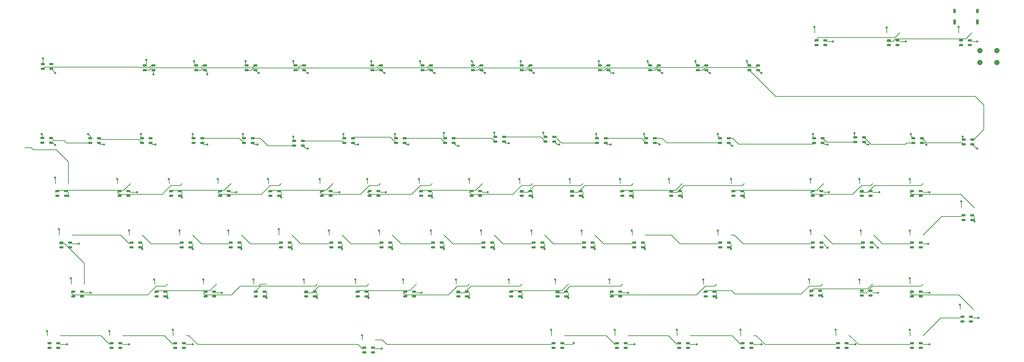
<source format=gbr>
%TF.GenerationSoftware,KiCad,Pcbnew,8.0.5*%
%TF.CreationDate,2024-11-10T16:14:26+11:00*%
%TF.ProjectId,keyboard,6b657962-6f61-4726-942e-6b696361645f,rev?*%
%TF.SameCoordinates,Original*%
%TF.FileFunction,Copper,L1,Top*%
%TF.FilePolarity,Positive*%
%FSLAX46Y46*%
G04 Gerber Fmt 4.6, Leading zero omitted, Abs format (unit mm)*
G04 Created by KiCad (PCBNEW 8.0.5) date 2024-11-10 16:14:26*
%MOMM*%
%LPD*%
G01*
G04 APERTURE LIST*
G04 Aperture macros list*
%AMRoundRect*
0 Rectangle with rounded corners*
0 $1 Rounding radius*
0 $2 $3 $4 $5 $6 $7 $8 $9 X,Y pos of 4 corners*
0 Add a 4 corners polygon primitive as box body*
4,1,4,$2,$3,$4,$5,$6,$7,$8,$9,$2,$3,0*
0 Add four circle primitives for the rounded corners*
1,1,$1+$1,$2,$3*
1,1,$1+$1,$4,$5*
1,1,$1+$1,$6,$7*
1,1,$1+$1,$8,$9*
0 Add four rect primitives between the rounded corners*
20,1,$1+$1,$2,$3,$4,$5,0*
20,1,$1+$1,$4,$5,$6,$7,0*
20,1,$1+$1,$6,$7,$8,$9,0*
20,1,$1+$1,$8,$9,$2,$3,0*%
G04 Aperture macros list end*
%TA.AperFunction,SMDPad,CuDef*%
%ADD10RoundRect,0.200000X-0.550000X-0.200000X0.550000X-0.200000X0.550000X0.200000X-0.550000X0.200000X0*%
%TD*%
%TA.AperFunction,ComponentPad*%
%ADD11C,2.000000*%
%TD*%
%TA.AperFunction,ComponentPad*%
%ADD12O,1.000000X1.800000*%
%TD*%
%TA.AperFunction,ComponentPad*%
%ADD13O,1.000000X2.100000*%
%TD*%
%TA.AperFunction,ViaPad*%
%ADD14C,0.800000*%
%TD*%
%TA.AperFunction,Conductor*%
%ADD15C,0.250000*%
%TD*%
G04 APERTURE END LIST*
D10*
%TO.P,D94,1,VDD*%
%TO.N,LED_PWR*%
X377910000Y-32610000D03*
%TO.P,D94,2,DOUT*%
%TO.N,unconnected-(D94-DOUT-Pad2)*%
X377910000Y-34390000D03*
%TO.P,D94,3,VSS*%
%TO.N,LED_GND*%
X381190000Y-34390000D03*
%TO.P,D94,4,DIN*%
%TO.N,Net-(D93-DOUT)*%
X381190000Y-32610000D03*
%TD*%
%TO.P,D93,1,VDD*%
%TO.N,LED_PWR*%
X350635000Y-32610000D03*
%TO.P,D93,2,DOUT*%
%TO.N,Net-(D93-DOUT)*%
X350635000Y-34390000D03*
%TO.P,D93,3,VSS*%
%TO.N,LED_GND*%
X353915000Y-34390000D03*
%TO.P,D93,4,DIN*%
%TO.N,Net-(D92-DOUT)*%
X353915000Y-32610000D03*
%TD*%
%TO.P,D91,1,VDD*%
%TO.N,LED_PWR*%
X359410000Y-147110000D03*
%TO.P,D91,2,DOUT*%
%TO.N,Net-(D90-DIN)*%
X359410000Y-148890000D03*
%TO.P,D91,3,VSS*%
%TO.N,LED_GND*%
X362690000Y-148890000D03*
%TO.P,D91,4,DIN*%
%TO.N,81p2-91p4*%
X362690000Y-147110000D03*
%TD*%
%TO.P,D90,1,VDD*%
%TO.N,LED_PWR*%
X331410000Y-147110000D03*
%TO.P,D90,2,DOUT*%
%TO.N,Net-(D89-DIN)*%
X331410000Y-148890000D03*
%TO.P,D90,3,VSS*%
%TO.N,LED_GND*%
X334690000Y-148890000D03*
%TO.P,D90,4,DIN*%
%TO.N,Net-(D90-DIN)*%
X334690000Y-147110000D03*
%TD*%
%TO.P,D89,1,VDD*%
%TO.N,LED_PWR*%
X295410000Y-147110000D03*
%TO.P,D89,2,DOUT*%
%TO.N,Net-(D88-DIN)*%
X295410000Y-148890000D03*
%TO.P,D89,3,VSS*%
%TO.N,LED_GND*%
X298690000Y-148890000D03*
%TO.P,D89,4,DIN*%
%TO.N,Net-(D89-DIN)*%
X298690000Y-147110000D03*
%TD*%
%TO.P,D88,1,VDD*%
%TO.N,LED_PWR*%
X271410000Y-147110000D03*
%TO.P,D88,2,DOUT*%
%TO.N,Net-(D87-DIN)*%
X271410000Y-148890000D03*
%TO.P,D88,3,VSS*%
%TO.N,LED_GND*%
X274690000Y-148890000D03*
%TO.P,D88,4,DIN*%
%TO.N,Net-(D88-DIN)*%
X274690000Y-147110000D03*
%TD*%
%TO.P,D87,1,VDD*%
%TO.N,LED_PWR*%
X247910000Y-147110000D03*
%TO.P,D87,2,DOUT*%
%TO.N,Net-(D86-DIN)*%
X247910000Y-148890000D03*
%TO.P,D87,3,VSS*%
%TO.N,LED_GND*%
X251190000Y-148890000D03*
%TO.P,D87,4,DIN*%
%TO.N,Net-(D87-DIN)*%
X251190000Y-147110000D03*
%TD*%
%TO.P,D86,1,VDD*%
%TO.N,LED_PWR*%
X223910000Y-147110000D03*
%TO.P,D86,2,DOUT*%
%TO.N,Net-(D85-DIN)*%
X223910000Y-148890000D03*
%TO.P,D86,3,VSS*%
%TO.N,LED_GND*%
X227190000Y-148890000D03*
%TO.P,D86,4,DIN*%
%TO.N,Net-(D86-DIN)*%
X227190000Y-147110000D03*
%TD*%
%TO.P,D85,1,VDD*%
%TO.N,LED_PWR*%
X152410000Y-148760000D03*
%TO.P,D85,2,DOUT*%
%TO.N,Net-(D84-DIN)*%
X152410000Y-150540000D03*
%TO.P,D85,3,VSS*%
%TO.N,LED_GND*%
X155690000Y-150540000D03*
%TO.P,D85,4,DIN*%
%TO.N,Net-(D85-DIN)*%
X155690000Y-148760000D03*
%TD*%
%TO.P,D84,1,VDD*%
%TO.N,LED_PWR*%
X80910000Y-147110000D03*
%TO.P,D84,2,DOUT*%
%TO.N,Net-(D83-DIN)*%
X80910000Y-148890000D03*
%TO.P,D84,3,VSS*%
%TO.N,LED_GND*%
X84190000Y-148890000D03*
%TO.P,D84,4,DIN*%
%TO.N,Net-(D84-DIN)*%
X84190000Y-147110000D03*
%TD*%
%TO.P,D83,1,VDD*%
%TO.N,LED_PWR*%
X56910000Y-147110000D03*
%TO.P,D83,2,DOUT*%
%TO.N,Net-(D82-DIN)*%
X56910000Y-148890000D03*
%TO.P,D83,3,VSS*%
%TO.N,LED_GND*%
X60190000Y-148890000D03*
%TO.P,D83,4,DIN*%
%TO.N,Net-(D83-DIN)*%
X60190000Y-147110000D03*
%TD*%
%TO.P,D82,1,VDD*%
%TO.N,LED_PWR*%
X33410000Y-147110000D03*
%TO.P,D82,2,DOUT*%
%TO.N,unconnected-(D82-DOUT-Pad2)*%
X33410000Y-148890000D03*
%TO.P,D82,3,VSS*%
%TO.N,LED_GND*%
X36690000Y-148890000D03*
%TO.P,D82,4,DIN*%
%TO.N,Net-(D82-DIN)*%
X36690000Y-147110000D03*
%TD*%
%TO.P,D81,1,VDD*%
%TO.N,LED_PWR*%
X378410000Y-137110000D03*
%TO.P,D81,2,DOUT*%
%TO.N,81p2-91p4*%
X378410000Y-138890000D03*
%TO.P,D81,3,VSS*%
%TO.N,LED_GND*%
X381690000Y-138890000D03*
%TO.P,D81,4,DIN*%
%TO.N,Net-(D80-DOUT)*%
X381690000Y-137110000D03*
%TD*%
%TO.P,D80,1,VDD*%
%TO.N,LED_PWR*%
X359410000Y-127610000D03*
%TO.P,D80,2,DOUT*%
%TO.N,Net-(D80-DOUT)*%
X359410000Y-129390000D03*
%TO.P,D80,3,VSS*%
%TO.N,LED_GND*%
X362690000Y-129390000D03*
%TO.P,D80,4,DIN*%
%TO.N,Net-(D79-DOUT)*%
X362690000Y-127610000D03*
%TD*%
%TO.P,D79,1,VDD*%
%TO.N,LED_PWR*%
X340410000Y-127260000D03*
%TO.P,D79,2,DOUT*%
%TO.N,Net-(D79-DOUT)*%
X340410000Y-129040000D03*
%TO.P,D79,3,VSS*%
%TO.N,LED_GND*%
X343690000Y-129040000D03*
%TO.P,D79,4,DIN*%
%TO.N,78p2-79p4*%
X343690000Y-127260000D03*
%TD*%
%TO.P,D78,1,VDD*%
%TO.N,LED_PWR*%
X321410000Y-127260000D03*
%TO.P,D78,2,DOUT*%
%TO.N,78p2-79p4*%
X321410000Y-129040000D03*
%TO.P,D78,3,VSS*%
%TO.N,LED_GND*%
X324690000Y-129040000D03*
%TO.P,D78,4,DIN*%
%TO.N,Net-(D77-DOUT)*%
X324690000Y-127260000D03*
%TD*%
%TO.P,D77,1,VDD*%
%TO.N,LED_PWR*%
X281410000Y-127610000D03*
%TO.P,D77,2,DOUT*%
%TO.N,Net-(D77-DOUT)*%
X281410000Y-129390000D03*
%TO.P,D77,3,VSS*%
%TO.N,LED_GND*%
X284690000Y-129390000D03*
%TO.P,D77,4,DIN*%
%TO.N,Net-(D76-DOUT)*%
X284690000Y-127610000D03*
%TD*%
%TO.P,D76,1,VDD*%
%TO.N,LED_PWR*%
X245910000Y-127610000D03*
%TO.P,D76,2,DOUT*%
%TO.N,Net-(D76-DOUT)*%
X245910000Y-129390000D03*
%TO.P,D76,3,VSS*%
%TO.N,LED_GND*%
X249190000Y-129390000D03*
%TO.P,D76,4,DIN*%
%TO.N,Net-(D75-DOUT)*%
X249190000Y-127610000D03*
%TD*%
%TO.P,D75,1,VDD*%
%TO.N,LED_PWR*%
X225410000Y-127610000D03*
%TO.P,D75,2,DOUT*%
%TO.N,Net-(D75-DOUT)*%
X225410000Y-129390000D03*
%TO.P,D75,3,VSS*%
%TO.N,LED_GND*%
X228690000Y-129390000D03*
%TO.P,D75,4,DIN*%
%TO.N,Net-(D74-DOUT)*%
X228690000Y-127610000D03*
%TD*%
%TO.P,D74,1,VDD*%
%TO.N,LED_PWR*%
X207910000Y-127610000D03*
%TO.P,D74,2,DOUT*%
%TO.N,Net-(D74-DOUT)*%
X207910000Y-129390000D03*
%TO.P,D74,3,VSS*%
%TO.N,LED_GND*%
X211190000Y-129390000D03*
%TO.P,D74,4,DIN*%
%TO.N,Net-(D73-DOUT)*%
X211190000Y-127610000D03*
%TD*%
%TO.P,D73,1,VDD*%
%TO.N,LED_PWR*%
X187910000Y-127610000D03*
%TO.P,D73,2,DOUT*%
%TO.N,Net-(D73-DOUT)*%
X187910000Y-129390000D03*
%TO.P,D73,3,VSS*%
%TO.N,LED_GND*%
X191190000Y-129390000D03*
%TO.P,D73,4,DIN*%
%TO.N,Net-(D72-DOUT)*%
X191190000Y-127610000D03*
%TD*%
%TO.P,D72,1,VDD*%
%TO.N,LED_PWR*%
X167910000Y-127610000D03*
%TO.P,D72,2,DOUT*%
%TO.N,Net-(D72-DOUT)*%
X167910000Y-129390000D03*
%TO.P,D72,3,VSS*%
%TO.N,LED_GND*%
X171190000Y-129390000D03*
%TO.P,D72,4,DIN*%
%TO.N,Net-(D71-DOUT)*%
X171190000Y-127610000D03*
%TD*%
%TO.P,D71,1,VDD*%
%TO.N,LED_PWR*%
X149910000Y-127610000D03*
%TO.P,D71,2,DOUT*%
%TO.N,Net-(D71-DOUT)*%
X149910000Y-129390000D03*
%TO.P,D71,3,VSS*%
%TO.N,LED_GND*%
X153190000Y-129390000D03*
%TO.P,D71,4,DIN*%
%TO.N,Net-(D70-DOUT)*%
X153190000Y-127610000D03*
%TD*%
%TO.P,D70,1,VDD*%
%TO.N,LED_PWR*%
X130410000Y-127610000D03*
%TO.P,D70,2,DOUT*%
%TO.N,Net-(D70-DOUT)*%
X130410000Y-129390000D03*
%TO.P,D70,3,VSS*%
%TO.N,LED_GND*%
X133690000Y-129390000D03*
%TO.P,D70,4,DIN*%
%TO.N,Net-(D69-DOUT)*%
X133690000Y-127610000D03*
%TD*%
%TO.P,D69,1,VDD*%
%TO.N,LED_PWR*%
X111410000Y-127610000D03*
%TO.P,D69,2,DOUT*%
%TO.N,Net-(D69-DOUT)*%
X111410000Y-129390000D03*
%TO.P,D69,3,VSS*%
%TO.N,LED_GND*%
X114690000Y-129390000D03*
%TO.P,D69,4,DIN*%
%TO.N,Net-(D68-DOUT)*%
X114690000Y-127610000D03*
%TD*%
%TO.P,D68,1,VDD*%
%TO.N,LED_PWR*%
X92410000Y-127610000D03*
%TO.P,D68,2,DOUT*%
%TO.N,Net-(D68-DOUT)*%
X92410000Y-129390000D03*
%TO.P,D68,3,VSS*%
%TO.N,LED_GND*%
X95690000Y-129390000D03*
%TO.P,D68,4,DIN*%
%TO.N,Net-(D67-DOUT)*%
X95690000Y-127610000D03*
%TD*%
%TO.P,D67,1,VDD*%
%TO.N,LED_PWR*%
X73910000Y-127610000D03*
%TO.P,D67,2,DOUT*%
%TO.N,Net-(D67-DOUT)*%
X73910000Y-129390000D03*
%TO.P,D67,3,VSS*%
%TO.N,LED_GND*%
X77190000Y-129390000D03*
%TO.P,D67,4,DIN*%
%TO.N,Net-(D66-DOUT)*%
X77190000Y-127610000D03*
%TD*%
%TO.P,D66,1,VDD*%
%TO.N,LED_PWR*%
X42410000Y-127610000D03*
%TO.P,D66,2,DOUT*%
%TO.N,Net-(D66-DOUT)*%
X42410000Y-129390000D03*
%TO.P,D66,3,VSS*%
%TO.N,LED_GND*%
X45690000Y-129390000D03*
%TO.P,D66,4,DIN*%
%TO.N,50p2-66p4*%
X45690000Y-127610000D03*
%TD*%
%TO.P,D65,1,VDD*%
%TO.N,LED_PWR*%
X359410000Y-109110000D03*
%TO.P,D65,2,DOUT*%
%TO.N,Net-(D64-DIN)*%
X359410000Y-110890000D03*
%TO.P,D65,3,VSS*%
%TO.N,LED_GND*%
X362690000Y-110890000D03*
%TO.P,D65,4,DIN*%
%TO.N,49p2-65p4*%
X362690000Y-109110000D03*
%TD*%
%TO.P,D64,1,VDD*%
%TO.N,LED_PWR*%
X340860000Y-109110000D03*
%TO.P,D64,2,DOUT*%
%TO.N,Net-(D63-DIN)*%
X340860000Y-110890000D03*
%TO.P,D64,3,VSS*%
%TO.N,LED_GND*%
X344140000Y-110890000D03*
%TO.P,D64,4,DIN*%
%TO.N,Net-(D64-DIN)*%
X344140000Y-109110000D03*
%TD*%
%TO.P,D63,1,VDD*%
%TO.N,LED_PWR*%
X321910000Y-109110000D03*
%TO.P,D63,2,DOUT*%
%TO.N,Net-(D62-DIN)*%
X321910000Y-110890000D03*
%TO.P,D63,3,VSS*%
%TO.N,LED_GND*%
X325190000Y-110890000D03*
%TO.P,D63,4,DIN*%
%TO.N,Net-(D63-DIN)*%
X325190000Y-109110000D03*
%TD*%
%TO.P,D62,1,VDD*%
%TO.N,LED_PWR*%
X286910000Y-109110000D03*
%TO.P,D62,2,DOUT*%
%TO.N,Net-(D61-DIN)*%
X286910000Y-110890000D03*
%TO.P,D62,3,VSS*%
%TO.N,LED_GND*%
X290190000Y-110890000D03*
%TO.P,D62,4,DIN*%
%TO.N,Net-(D62-DIN)*%
X290190000Y-109110000D03*
%TD*%
%TO.P,D61,1,VDD*%
%TO.N,LED_PWR*%
X254410000Y-109110000D03*
%TO.P,D61,2,DOUT*%
%TO.N,Net-(D60-DIN)*%
X254410000Y-110890000D03*
%TO.P,D61,3,VSS*%
%TO.N,LED_GND*%
X257690000Y-110890000D03*
%TO.P,D61,4,DIN*%
%TO.N,Net-(D61-DIN)*%
X257690000Y-109110000D03*
%TD*%
%TO.P,D60,1,VDD*%
%TO.N,LED_PWR*%
X235410000Y-109110000D03*
%TO.P,D60,2,DOUT*%
%TO.N,Net-(D59-DIN)*%
X235410000Y-110890000D03*
%TO.P,D60,3,VSS*%
%TO.N,LED_GND*%
X238690000Y-110890000D03*
%TO.P,D60,4,DIN*%
%TO.N,Net-(D60-DIN)*%
X238690000Y-109110000D03*
%TD*%
%TO.P,D59,1,VDD*%
%TO.N,LED_PWR*%
X216410000Y-109110000D03*
%TO.P,D59,2,DOUT*%
%TO.N,Net-(D58-DIN)*%
X216410000Y-110890000D03*
%TO.P,D59,3,VSS*%
%TO.N,LED_GND*%
X219690000Y-110890000D03*
%TO.P,D59,4,DIN*%
%TO.N,Net-(D59-DIN)*%
X219690000Y-109110000D03*
%TD*%
%TO.P,D58,1,VDD*%
%TO.N,LED_PWR*%
X197410000Y-109110000D03*
%TO.P,D58,2,DOUT*%
%TO.N,Net-(D57-DIN)*%
X197410000Y-110890000D03*
%TO.P,D58,3,VSS*%
%TO.N,LED_GND*%
X200690000Y-110890000D03*
%TO.P,D58,4,DIN*%
%TO.N,Net-(D58-DIN)*%
X200690000Y-109110000D03*
%TD*%
%TO.P,D57,1,VDD*%
%TO.N,LED_PWR*%
X178410000Y-109110000D03*
%TO.P,D57,2,DOUT*%
%TO.N,Net-(D56-DIN)*%
X178410000Y-110890000D03*
%TO.P,D57,3,VSS*%
%TO.N,LED_GND*%
X181690000Y-110890000D03*
%TO.P,D57,4,DIN*%
%TO.N,Net-(D57-DIN)*%
X181690000Y-109110000D03*
%TD*%
%TO.P,D56,1,VDD*%
%TO.N,LED_PWR*%
X158910000Y-109110000D03*
%TO.P,D56,2,DOUT*%
%TO.N,Net-(D55-DIN)*%
X158910000Y-110890000D03*
%TO.P,D56,3,VSS*%
%TO.N,LED_GND*%
X162190000Y-110890000D03*
%TO.P,D56,4,DIN*%
%TO.N,Net-(D56-DIN)*%
X162190000Y-109110000D03*
%TD*%
%TO.P,D55,1,VDD*%
%TO.N,LED_PWR*%
X139910000Y-109110000D03*
%TO.P,D55,2,DOUT*%
%TO.N,Net-(D54-DIN)*%
X139910000Y-110890000D03*
%TO.P,D55,3,VSS*%
%TO.N,LED_GND*%
X143190000Y-110890000D03*
%TO.P,D55,4,DIN*%
%TO.N,Net-(D55-DIN)*%
X143190000Y-109110000D03*
%TD*%
%TO.P,D54,1,VDD*%
%TO.N,LED_PWR*%
X120910000Y-109110000D03*
%TO.P,D54,2,DOUT*%
%TO.N,Net-(D53-DIN)*%
X120910000Y-110890000D03*
%TO.P,D54,3,VSS*%
%TO.N,LED_GND*%
X124190000Y-110890000D03*
%TO.P,D54,4,DIN*%
%TO.N,Net-(D54-DIN)*%
X124190000Y-109110000D03*
%TD*%
%TO.P,D53,1,VDD*%
%TO.N,LED_PWR*%
X101910000Y-109110000D03*
%TO.P,D53,2,DOUT*%
%TO.N,53p2-52p4*%
X101910000Y-110890000D03*
%TO.P,D53,3,VSS*%
%TO.N,LED_GND*%
X105190000Y-110890000D03*
%TO.P,D53,4,DIN*%
%TO.N,Net-(D53-DIN)*%
X105190000Y-109110000D03*
%TD*%
%TO.P,D52,1,VDD*%
%TO.N,LED_PWR*%
X83410000Y-109110000D03*
%TO.P,D52,2,DOUT*%
%TO.N,Net-(D51-DIN)*%
X83410000Y-110890000D03*
%TO.P,D52,3,VSS*%
%TO.N,LED_GND*%
X86690000Y-110890000D03*
%TO.P,D52,4,DIN*%
%TO.N,53p2-52p4*%
X86690000Y-109110000D03*
%TD*%
%TO.P,D51,1,VDD*%
%TO.N,LED_PWR*%
X64410000Y-109110000D03*
%TO.P,D51,2,DOUT*%
%TO.N,Net-(D50-DIN)*%
X64410000Y-110890000D03*
%TO.P,D51,3,VSS*%
%TO.N,LED_GND*%
X67690000Y-110890000D03*
%TO.P,D51,4,DIN*%
%TO.N,Net-(D51-DIN)*%
X67690000Y-109110000D03*
%TD*%
%TO.P,D50,1,VDD*%
%TO.N,LED_PWR*%
X37910000Y-109110000D03*
%TO.P,D50,2,DOUT*%
%TO.N,50p2-66p4*%
X37910000Y-110890000D03*
%TO.P,D50,3,VSS*%
%TO.N,LED_GND*%
X41190000Y-110890000D03*
%TO.P,D50,4,DIN*%
%TO.N,Net-(D50-DIN)*%
X41190000Y-109110000D03*
%TD*%
%TO.P,D49,1,VDD*%
%TO.N,LED_PWR*%
X378860000Y-98760000D03*
%TO.P,D49,2,DOUT*%
%TO.N,49p2-65p4*%
X378860000Y-100540000D03*
%TO.P,D49,3,VSS*%
%TO.N,LED_GND*%
X382140000Y-100540000D03*
%TO.P,D49,4,DIN*%
%TO.N,Net-(D48-DOUT)*%
X382140000Y-98760000D03*
%TD*%
%TO.P,D48,1,VDD*%
%TO.N,LED_PWR*%
X359410000Y-89610000D03*
%TO.P,D48,2,DOUT*%
%TO.N,Net-(D48-DOUT)*%
X359410000Y-91390000D03*
%TO.P,D48,3,VSS*%
%TO.N,LED_GND*%
X362690000Y-91390000D03*
%TO.P,D48,4,DIN*%
%TO.N,Net-(D47-DOUT)*%
X362690000Y-89610000D03*
%TD*%
%TO.P,D47,1,VDD*%
%TO.N,LED_PWR*%
X340410000Y-89610000D03*
%TO.P,D47,2,DOUT*%
%TO.N,Net-(D47-DOUT)*%
X340410000Y-91390000D03*
%TO.P,D47,3,VSS*%
%TO.N,LED_GND*%
X343690000Y-91390000D03*
%TO.P,D47,4,DIN*%
%TO.N,Net-(D46-DOUT)*%
X343690000Y-89610000D03*
%TD*%
%TO.P,D46,1,VDD*%
%TO.N,LED_PWR*%
X321860000Y-89610000D03*
%TO.P,D46,2,DOUT*%
%TO.N,Net-(D46-DOUT)*%
X321860000Y-91390000D03*
%TO.P,D46,3,VSS*%
%TO.N,LED_GND*%
X325140000Y-91390000D03*
%TO.P,D46,4,DIN*%
%TO.N,Net-(D45-DOUT)*%
X325140000Y-89610000D03*
%TD*%
%TO.P,D45,1,VDD*%
%TO.N,LED_PWR*%
X291910000Y-89610000D03*
%TO.P,D45,2,DOUT*%
%TO.N,Net-(D45-DOUT)*%
X291910000Y-91390000D03*
%TO.P,D45,3,VSS*%
%TO.N,LED_GND*%
X295190000Y-91390000D03*
%TO.P,D45,4,DIN*%
%TO.N,Net-(D44-DOUT)*%
X295190000Y-89610000D03*
%TD*%
%TO.P,D44,1,VDD*%
%TO.N,LED_PWR*%
X268410000Y-89610000D03*
%TO.P,D44,2,DOUT*%
%TO.N,Net-(D44-DOUT)*%
X268410000Y-91390000D03*
%TO.P,D44,3,VSS*%
%TO.N,LED_GND*%
X271690000Y-91390000D03*
%TO.P,D44,4,DIN*%
%TO.N,Net-(D43-DOUT)*%
X271690000Y-89610000D03*
%TD*%
%TO.P,D43,1,VDD*%
%TO.N,LED_PWR*%
X249910000Y-89610000D03*
%TO.P,D43,2,DOUT*%
%TO.N,Net-(D43-DOUT)*%
X249910000Y-91390000D03*
%TO.P,D43,3,VSS*%
%TO.N,LED_GND*%
X253190000Y-91390000D03*
%TO.P,D43,4,DIN*%
%TO.N,Net-(D42-DOUT)*%
X253190000Y-89610000D03*
%TD*%
%TO.P,D42,1,VDD*%
%TO.N,LED_PWR*%
X230910000Y-89610000D03*
%TO.P,D42,2,DOUT*%
%TO.N,Net-(D42-DOUT)*%
X230910000Y-91390000D03*
%TO.P,D42,3,VSS*%
%TO.N,LED_GND*%
X234190000Y-91390000D03*
%TO.P,D42,4,DIN*%
%TO.N,Net-(D41-DOUT)*%
X234190000Y-89610000D03*
%TD*%
%TO.P,D41,1,VDD*%
%TO.N,LED_PWR*%
X211910000Y-89610000D03*
%TO.P,D41,2,DOUT*%
%TO.N,Net-(D41-DOUT)*%
X211910000Y-91390000D03*
%TO.P,D41,3,VSS*%
%TO.N,LED_GND*%
X215190000Y-91390000D03*
%TO.P,D41,4,DIN*%
%TO.N,Net-(D40-DOUT)*%
X215190000Y-89610000D03*
%TD*%
%TO.P,D40,1,VDD*%
%TO.N,LED_PWR*%
X192910000Y-89610000D03*
%TO.P,D40,2,DOUT*%
%TO.N,Net-(D40-DOUT)*%
X192910000Y-91390000D03*
%TO.P,D40,3,VSS*%
%TO.N,LED_GND*%
X196190000Y-91390000D03*
%TO.P,D40,4,DIN*%
%TO.N,39p2-40p4*%
X196190000Y-89610000D03*
%TD*%
%TO.P,D39,1,VDD*%
%TO.N,LED_PWR*%
X173910000Y-89610000D03*
%TO.P,D39,2,DOUT*%
%TO.N,39p2-40p4*%
X173910000Y-91390000D03*
%TO.P,D39,3,VSS*%
%TO.N,LED_GND*%
X177190000Y-91390000D03*
%TO.P,D39,4,DIN*%
%TO.N,Net-(D38-DOUT)*%
X177190000Y-89610000D03*
%TD*%
%TO.P,D38,1,VDD*%
%TO.N,LED_PWR*%
X154410000Y-89610000D03*
%TO.P,D38,2,DOUT*%
%TO.N,Net-(D38-DOUT)*%
X154410000Y-91390000D03*
%TO.P,D38,3,VSS*%
%TO.N,LED_GND*%
X157690000Y-91390000D03*
%TO.P,D38,4,DIN*%
%TO.N,Net-(D37-DOUT)*%
X157690000Y-89610000D03*
%TD*%
%TO.P,D37,1,VDD*%
%TO.N,LED_PWR*%
X136410000Y-89610000D03*
%TO.P,D37,2,DOUT*%
%TO.N,Net-(D37-DOUT)*%
X136410000Y-91390000D03*
%TO.P,D37,3,VSS*%
%TO.N,LED_GND*%
X139690000Y-91390000D03*
%TO.P,D37,4,DIN*%
%TO.N,Net-(D36-DOUT)*%
X139690000Y-89610000D03*
%TD*%
%TO.P,D36,1,VDD*%
%TO.N,LED_PWR*%
X116910000Y-89610000D03*
%TO.P,D36,2,DOUT*%
%TO.N,Net-(D36-DOUT)*%
X116910000Y-91390000D03*
%TO.P,D36,3,VSS*%
%TO.N,LED_GND*%
X120190000Y-91390000D03*
%TO.P,D36,4,DIN*%
%TO.N,Net-(D35-DOUT)*%
X120190000Y-89610000D03*
%TD*%
%TO.P,D35,1,VDD*%
%TO.N,LED_PWR*%
X97910000Y-89610000D03*
%TO.P,D35,2,DOUT*%
%TO.N,Net-(D35-DOUT)*%
X97910000Y-91390000D03*
%TO.P,D35,3,VSS*%
%TO.N,LED_GND*%
X101190000Y-91390000D03*
%TO.P,D35,4,DIN*%
%TO.N,Net-(D34-DOUT)*%
X101190000Y-89610000D03*
%TD*%
%TO.P,D34,1,VDD*%
%TO.N,LED_PWR*%
X79410000Y-89610000D03*
%TO.P,D34,2,DOUT*%
%TO.N,Net-(D34-DOUT)*%
X79410000Y-91390000D03*
%TO.P,D34,3,VSS*%
%TO.N,LED_GND*%
X82690000Y-91390000D03*
%TO.P,D34,4,DIN*%
%TO.N,Net-(D33-DOUT)*%
X82690000Y-89610000D03*
%TD*%
%TO.P,D33,1,VDD*%
%TO.N,LED_PWR*%
X59910000Y-89610000D03*
%TO.P,D33,2,DOUT*%
%TO.N,Net-(D33-DOUT)*%
X59910000Y-91390000D03*
%TO.P,D33,3,VSS*%
%TO.N,LED_GND*%
X63190000Y-91390000D03*
%TO.P,D33,4,DIN*%
%TO.N,Net-(D32-DOUT)*%
X63190000Y-89610000D03*
%TD*%
%TO.P,D32,1,VDD*%
%TO.N,LED_PWR*%
X36410000Y-89610000D03*
%TO.P,D32,2,DOUT*%
%TO.N,Net-(D32-DOUT)*%
X36410000Y-91390000D03*
%TO.P,D32,3,VSS*%
%TO.N,LED_GND*%
X39690000Y-91390000D03*
%TO.P,D32,4,DIN*%
%TO.N,14p2-32p4*%
X39690000Y-89610000D03*
%TD*%
%TO.P,D31,1,VDD*%
%TO.N,LED_PWR*%
X378910000Y-70110000D03*
%TO.P,D31,2,DOUT*%
%TO.N,Net-(D30-DIN)*%
X378910000Y-71890000D03*
%TO.P,D31,3,VSS*%
%TO.N,LED_GND*%
X382190000Y-71890000D03*
%TO.P,D31,4,DIN*%
%TO.N,31p4 - 13p2*%
X382190000Y-70110000D03*
%TD*%
%TO.P,D30,1,VDD*%
%TO.N,LED_PWR*%
X359860000Y-69610000D03*
%TO.P,D30,2,DOUT*%
%TO.N,Net-(D29-DIN)*%
X359860000Y-71390000D03*
%TO.P,D30,3,VSS*%
%TO.N,LED_GND*%
X363140000Y-71390000D03*
%TO.P,D30,4,DIN*%
%TO.N,Net-(D30-DIN)*%
X363140000Y-69610000D03*
%TD*%
%TO.P,D29,1,VDD*%
%TO.N,LED_PWR*%
X337972500Y-69272500D03*
%TO.P,D29,2,DOUT*%
%TO.N,Net-(D28-DIN)*%
X337972500Y-71052500D03*
%TO.P,D29,3,VSS*%
%TO.N,LED_GND*%
X341252500Y-71052500D03*
%TO.P,D29,4,DIN*%
%TO.N,Net-(D29-DIN)*%
X341252500Y-69272500D03*
%TD*%
%TO.P,D28,1,VDD*%
%TO.N,LED_PWR*%
X322360000Y-69610000D03*
%TO.P,D28,2,DOUT*%
%TO.N,Net-(D27-DIN)*%
X322360000Y-71390000D03*
%TO.P,D28,3,VSS*%
%TO.N,LED_GND*%
X325640000Y-71390000D03*
%TO.P,D28,4,DIN*%
%TO.N,Net-(D28-DIN)*%
X325640000Y-69610000D03*
%TD*%
%TO.P,D27,1,VDD*%
%TO.N,LED_PWR*%
X286860000Y-69610000D03*
%TO.P,D27,2,DOUT*%
%TO.N,26p4-27p2*%
X286860000Y-71390000D03*
%TO.P,D27,3,VSS*%
%TO.N,LED_GND*%
X290140000Y-71390000D03*
%TO.P,D27,4,DIN*%
%TO.N,Net-(D27-DIN)*%
X290140000Y-69610000D03*
%TD*%
%TO.P,D26,1,VDD*%
%TO.N,LED_PWR*%
X258910000Y-69610000D03*
%TO.P,D26,2,DOUT*%
%TO.N,Net-(D25-DIN)*%
X258910000Y-71390000D03*
%TO.P,D26,3,VSS*%
%TO.N,LED_GND*%
X262190000Y-71390000D03*
%TO.P,D26,4,DIN*%
%TO.N,26p4-27p2*%
X262190000Y-69610000D03*
%TD*%
%TO.P,D25,1,VDD*%
%TO.N,LED_PWR*%
X240360000Y-69610000D03*
%TO.P,D25,2,DOUT*%
%TO.N,Net-(D24-DIN)*%
X240360000Y-71390000D03*
%TO.P,D25,3,VSS*%
%TO.N,LED_GND*%
X243640000Y-71390000D03*
%TO.P,D25,4,DIN*%
%TO.N,Net-(D25-DIN)*%
X243640000Y-69610000D03*
%TD*%
%TO.P,D24,1,VDD*%
%TO.N,LED_PWR*%
X220910000Y-69110000D03*
%TO.P,D24,2,DOUT*%
%TO.N,Net-(D23-DIN)*%
X220910000Y-70890000D03*
%TO.P,D24,3,VSS*%
%TO.N,LED_GND*%
X224190000Y-70890000D03*
%TO.P,D24,4,DIN*%
%TO.N,Net-(D24-DIN)*%
X224190000Y-69110000D03*
%TD*%
%TO.P,D23,1,VDD*%
%TO.N,LED_PWR*%
X201910000Y-69110000D03*
%TO.P,D23,2,DOUT*%
%TO.N,Net-(D22-DIN)*%
X201910000Y-70890000D03*
%TO.P,D23,3,VSS*%
%TO.N,LED_GND*%
X205190000Y-70890000D03*
%TO.P,D23,4,DIN*%
%TO.N,Net-(D23-DIN)*%
X205190000Y-69110000D03*
%TD*%
%TO.P,D22,1,VDD*%
%TO.N,LED_PWR*%
X182910000Y-69610000D03*
%TO.P,D22,2,DOUT*%
%TO.N,Net-(D21-DIN)*%
X182910000Y-71390000D03*
%TO.P,D22,3,VSS*%
%TO.N,LED_GND*%
X186190000Y-71390000D03*
%TO.P,D22,4,DIN*%
%TO.N,Net-(D22-DIN)*%
X186190000Y-69610000D03*
%TD*%
%TO.P,D21,1,VDD*%
%TO.N,LED_PWR*%
X164360000Y-69610000D03*
%TO.P,D21,2,DOUT*%
%TO.N,Net-(D20-DIN)*%
X164360000Y-71390000D03*
%TO.P,D21,3,VSS*%
%TO.N,LED_GND*%
X167640000Y-71390000D03*
%TO.P,D21,4,DIN*%
%TO.N,Net-(D21-DIN)*%
X167640000Y-69610000D03*
%TD*%
%TO.P,D20,1,VDD*%
%TO.N,LED_PWR*%
X144860000Y-69610000D03*
%TO.P,D20,2,DOUT*%
%TO.N,Net-(D19-DIN)*%
X144860000Y-71390000D03*
%TO.P,D20,3,VSS*%
%TO.N,LED_GND*%
X148140000Y-71390000D03*
%TO.P,D20,4,DIN*%
%TO.N,Net-(D20-DIN)*%
X148140000Y-69610000D03*
%TD*%
%TO.P,D19,1,VDD*%
%TO.N,LED_PWR*%
X125910000Y-70610000D03*
%TO.P,D19,2,DOUT*%
%TO.N,Net-(D18-DIN)*%
X125910000Y-72390000D03*
%TO.P,D19,3,VSS*%
%TO.N,LED_GND*%
X129190000Y-72390000D03*
%TO.P,D19,4,DIN*%
%TO.N,Net-(D19-DIN)*%
X129190000Y-70610000D03*
%TD*%
%TO.P,D18,1,VDD*%
%TO.N,LED_PWR*%
X106910000Y-69610000D03*
%TO.P,D18,2,DOUT*%
%TO.N,Net-(D17-DIN)*%
X106910000Y-71390000D03*
%TO.P,D18,3,VSS*%
%TO.N,LED_GND*%
X110190000Y-71390000D03*
%TO.P,D18,4,DIN*%
%TO.N,Net-(D18-DIN)*%
X110190000Y-69610000D03*
%TD*%
%TO.P,D17,1,VDD*%
%TO.N,LED_PWR*%
X87860000Y-69610000D03*
%TO.P,D17,2,DOUT*%
%TO.N,Net-(D16-DIN)*%
X87860000Y-71390000D03*
%TO.P,D17,3,VSS*%
%TO.N,LED_GND*%
X91140000Y-71390000D03*
%TO.P,D17,4,DIN*%
%TO.N,Net-(D17-DIN)*%
X91140000Y-69610000D03*
%TD*%
%TO.P,D16,1,VDD*%
%TO.N,LED_PWR*%
X68360000Y-69610000D03*
%TO.P,D16,2,DOUT*%
%TO.N,Net-(D15-DIN)*%
X68360000Y-71390000D03*
%TO.P,D16,3,VSS*%
%TO.N,LED_GND*%
X71640000Y-71390000D03*
%TO.P,D16,4,DIN*%
%TO.N,Net-(D16-DIN)*%
X71640000Y-69610000D03*
%TD*%
%TO.P,D15,1,VDD*%
%TO.N,LED_PWR*%
X48860000Y-69610000D03*
%TO.P,D15,2,DOUT*%
%TO.N,Net-(D14-DIN)*%
X48860000Y-71390000D03*
%TO.P,D15,3,VSS*%
%TO.N,LED_GND*%
X52140000Y-71390000D03*
%TO.P,D15,4,DIN*%
%TO.N,Net-(D15-DIN)*%
X52140000Y-69610000D03*
%TD*%
%TO.P,D14,1,VDD*%
%TO.N,LED_PWR*%
X30720000Y-69500000D03*
%TO.P,D14,2,DOUT*%
%TO.N,14p2-32p4*%
X30720000Y-71280000D03*
%TO.P,D14,3,VSS*%
%TO.N,LED_GND*%
X34000000Y-71280000D03*
%TO.P,D14,4,DIN*%
%TO.N,Net-(D14-DIN)*%
X34000000Y-69500000D03*
%TD*%
%TO.P,D13,1,VDD*%
%TO.N,LED_PWR*%
X297910000Y-42110000D03*
%TO.P,D13,2,DOUT*%
%TO.N,31p4 - 13p2*%
X297910000Y-43890000D03*
%TO.P,D13,3,VSS*%
%TO.N,LED_GND*%
X301190000Y-43890000D03*
%TO.P,D13,4,DIN*%
%TO.N,Net-(D12-DOUT)*%
X301190000Y-42110000D03*
%TD*%
%TO.P,D12,1,VDD*%
%TO.N,LED_PWR*%
X278410000Y-42110000D03*
%TO.P,D12,2,DOUT*%
%TO.N,Net-(D12-DOUT)*%
X278410000Y-43890000D03*
%TO.P,D12,3,VSS*%
%TO.N,LED_GND*%
X281690000Y-43890000D03*
%TO.P,D12,4,DIN*%
%TO.N,Net-(D11-DOUT)*%
X281690000Y-42110000D03*
%TD*%
%TO.P,D11,1,VDD*%
%TO.N,LED_PWR*%
X260410000Y-42110000D03*
%TO.P,D11,2,DOUT*%
%TO.N,Net-(D11-DOUT)*%
X260410000Y-43890000D03*
%TO.P,D11,3,VSS*%
%TO.N,LED_GND*%
X263690000Y-43890000D03*
%TO.P,D11,4,DIN*%
%TO.N,Net-(D10-DOUT)*%
X263690000Y-42110000D03*
%TD*%
%TO.P,D10,1,VDD*%
%TO.N,LED_PWR*%
X241410000Y-42110000D03*
%TO.P,D10,2,DOUT*%
%TO.N,Net-(D10-DOUT)*%
X241410000Y-43890000D03*
%TO.P,D10,3,VSS*%
%TO.N,LED_GND*%
X244690000Y-43890000D03*
%TO.P,D10,4,DIN*%
%TO.N,Net-(D10-DIN)*%
X244690000Y-42110000D03*
%TD*%
%TO.P,D9,1,VDD*%
%TO.N,LED_PWR*%
X211910000Y-42110000D03*
%TO.P,D9,2,DOUT*%
%TO.N,Net-(D10-DIN)*%
X211910000Y-43890000D03*
%TO.P,D9,3,VSS*%
%TO.N,LED_GND*%
X215190000Y-43890000D03*
%TO.P,D9,4,DIN*%
%TO.N,Net-(D8-DOUT)*%
X215190000Y-42110000D03*
%TD*%
%TO.P,D8,1,VDD*%
%TO.N,LED_PWR*%
X193410000Y-42110000D03*
%TO.P,D8,2,DOUT*%
%TO.N,Net-(D8-DOUT)*%
X193410000Y-43890000D03*
%TO.P,D8,3,VSS*%
%TO.N,LED_GND*%
X196690000Y-43890000D03*
%TO.P,D8,4,DIN*%
%TO.N,Net-(D7-DOUT)*%
X196690000Y-42110000D03*
%TD*%
%TO.P,D7,1,VDD*%
%TO.N,LED_PWR*%
X174360000Y-42110000D03*
%TO.P,D7,2,DOUT*%
%TO.N,Net-(D7-DOUT)*%
X174360000Y-43890000D03*
%TO.P,D7,3,VSS*%
%TO.N,LED_GND*%
X177640000Y-43890000D03*
%TO.P,D7,4,DIN*%
%TO.N,Net-(D6-DOUT)*%
X177640000Y-42110000D03*
%TD*%
%TO.P,D6,1,VDD*%
%TO.N,LED_PWR*%
X155410000Y-42110000D03*
%TO.P,D6,2,DOUT*%
%TO.N,Net-(D6-DOUT)*%
X155410000Y-43890000D03*
%TO.P,D6,3,VSS*%
%TO.N,LED_GND*%
X158690000Y-43890000D03*
%TO.P,D6,4,DIN*%
%TO.N,Net-(D5-DOUT)*%
X158690000Y-42110000D03*
%TD*%
%TO.P,D5,1,VDD*%
%TO.N,LED_PWR*%
X126360000Y-42110000D03*
%TO.P,D5,2,DOUT*%
%TO.N,Net-(D5-DOUT)*%
X126360000Y-43890000D03*
%TO.P,D5,3,VSS*%
%TO.N,LED_GND*%
X129640000Y-43890000D03*
%TO.P,D5,4,DIN*%
%TO.N,Net-(D4-DOUT)*%
X129640000Y-42110000D03*
%TD*%
%TO.P,D4,1,VDD*%
%TO.N,LED_PWR*%
X107910000Y-42110000D03*
%TO.P,D4,2,DOUT*%
%TO.N,Net-(D4-DOUT)*%
X107910000Y-43890000D03*
%TO.P,D4,3,VSS*%
%TO.N,LED_GND*%
X111190000Y-43890000D03*
%TO.P,D4,4,DIN*%
%TO.N,Net-(D3-DOUT)*%
X111190000Y-42110000D03*
%TD*%
%TO.P,D3,1,VDD*%
%TO.N,LED_PWR*%
X88860000Y-42110000D03*
%TO.P,D3,2,DOUT*%
%TO.N,Net-(D3-DOUT)*%
X88860000Y-43890000D03*
%TO.P,D3,3,VSS*%
%TO.N,LED_GND*%
X92140000Y-43890000D03*
%TO.P,D3,4,DIN*%
%TO.N,Net-(D2-DOUT)*%
X92140000Y-42110000D03*
%TD*%
%TO.P,D2,1,VDD*%
%TO.N,LED_PWR*%
X69410000Y-42110000D03*
%TO.P,D2,2,DOUT*%
%TO.N,Net-(D2-DOUT)*%
X69410000Y-43890000D03*
%TO.P,D2,3,VSS*%
%TO.N,LED_GND*%
X72690000Y-43890000D03*
%TO.P,D2,4,DIN*%
%TO.N,Net-(D1-DOUT)*%
X72690000Y-42110000D03*
%TD*%
%TO.P,D1,1,VDD*%
%TO.N,LED_PWR*%
X30860000Y-41610000D03*
%TO.P,D1,2,DOUT*%
%TO.N,Net-(D1-DOUT)*%
X30860000Y-43390000D03*
%TO.P,D1,3,VSS*%
%TO.N,LED_GND*%
X34140000Y-43390000D03*
%TO.P,D1,4,DIN*%
%TO.N,LED_DTA_IN*%
X34140000Y-41610000D03*
%TD*%
%TO.P,D92,1,VDD*%
%TO.N,LED_PWR*%
X323360000Y-32610000D03*
%TO.P,D92,2,DOUT*%
%TO.N,Net-(D92-DOUT)*%
X323360000Y-34390000D03*
%TO.P,D92,3,VSS*%
%TO.N,LED_GND*%
X326640000Y-34390000D03*
%TO.P,D92,4,DIN*%
%TO.N,LED-Status IN*%
X326640000Y-32610000D03*
%TD*%
D11*
%TO.P,SW1,1,1*%
%TO.N,GND*%
X391500000Y-36500000D03*
X385000000Y-36500000D03*
%TO.P,SW1,2,2*%
%TO.N,Net-(U1-BOOTSEL)*%
X391500000Y-41000000D03*
X385000000Y-41000000D03*
%TD*%
D12*
%TO.P,J1,S1,SHIELD*%
%TO.N,unconnected-(J1-SHIELD-PadS1)_3*%
X375500000Y-21500000D03*
D13*
%TO.N,unconnected-(J1-SHIELD-PadS1)_1*%
X375500000Y-25700000D03*
D12*
%TO.N,unconnected-(J1-SHIELD-PadS1)_2*%
X384140000Y-21500000D03*
D13*
%TO.N,unconnected-(J1-SHIELD-PadS1)*%
X384140000Y-25700000D03*
%TD*%
D14*
%TO.N,LED_GND*%
X163000000Y-111500000D03*
X296000000Y-92000000D03*
X159000004Y-149150000D03*
%TO.N,LED_PWR*%
X70000000Y-40000000D03*
%TO.N,LED_GND*%
X384000000Y-33000000D03*
X93000000Y-72000000D03*
X365500000Y-109500000D03*
X364813554Y-72094921D03*
X112000000Y-72000000D03*
X216500000Y-45000000D03*
X235000000Y-92000000D03*
X278000000Y-147499990D03*
X134500000Y-130000000D03*
X302500000Y-147500000D03*
X98500000Y-128000000D03*
X104000000Y-90000000D03*
X265000000Y-45000000D03*
X254000000Y-92000000D03*
X40000000Y-147500000D03*
X216000000Y-92000000D03*
X131000000Y-73500000D03*
X179000000Y-45000000D03*
X160500000Y-90000000D03*
X302500000Y-45000000D03*
X220500000Y-111500000D03*
X188000000Y-72500000D03*
X44500000Y-109500000D03*
X252000000Y-128000000D03*
X40500000Y-91500000D03*
X192000000Y-130000000D03*
X254500000Y-147500000D03*
X131000000Y-45000000D03*
X229500000Y-130000000D03*
X150000000Y-72000000D03*
X49000000Y-128000000D03*
X212000000Y-130000000D03*
X258500000Y-111500000D03*
X154000000Y-130000000D03*
X384500000Y-137500000D03*
X115500000Y-130000000D03*
X327500000Y-111000000D03*
X226000000Y-72000000D03*
X68500000Y-111500000D03*
X78000000Y-130000000D03*
X178000000Y-92000000D03*
X87500000Y-147500008D03*
X112500000Y-45000000D03*
X198000000Y-45000000D03*
X182500000Y-111500000D03*
X231500000Y-147000000D03*
X327500000Y-72000000D03*
X199000000Y-90000000D03*
X201500000Y-111500000D03*
X169000000Y-72000000D03*
X174000000Y-128000000D03*
X73500000Y-72000000D03*
X338000000Y-147500000D03*
X207000000Y-71500000D03*
X346500000Y-111000000D03*
X291500000Y-72500000D03*
X239500000Y-111500000D03*
X283000000Y-45000000D03*
X245499984Y-72000000D03*
X66500000Y-90000000D03*
X366000000Y-90000000D03*
X291000000Y-111500000D03*
X93000000Y-45500000D03*
X83500000Y-92000000D03*
X325500000Y-129500000D03*
X144000000Y-111500000D03*
X106000000Y-111500000D03*
X264000000Y-72000000D03*
X384000000Y-73500000D03*
X272500000Y-92000000D03*
X160000000Y-45000000D03*
X347000000Y-90000000D03*
X125000000Y-111500000D03*
X285500000Y-130000000D03*
X357000000Y-33000000D03*
X246500000Y-45000000D03*
X346500000Y-128000000D03*
X366000000Y-128000000D03*
X329500000Y-33000000D03*
X63500000Y-147500000D03*
X143000000Y-90000000D03*
%TO.N,LED_PWR*%
X31000000Y-39500000D03*
%TO.N,LED_GND*%
X121000000Y-92000000D03*
X383000000Y-101000000D03*
X366000000Y-147499994D03*
X328000000Y-90000000D03*
X87500000Y-111500000D03*
%TO.N,LED_PWR*%
X223000000Y-142000000D03*
X182400000Y-67600000D03*
X97000000Y-85000000D03*
X125500000Y-40500000D03*
X48000002Y-68000000D03*
X37000000Y-104000000D03*
X91500000Y-123000000D03*
X377000000Y-27500002D03*
X211500000Y-40500000D03*
X240000000Y-68000000D03*
X187000000Y-123000000D03*
X249000000Y-85000000D03*
%TO.N,LED_GND*%
X35500000Y-45000000D03*
%TO.N,LED_PWR*%
X267500000Y-85000000D03*
X339500000Y-85000000D03*
X286000000Y-104500000D03*
X337662500Y-67662500D03*
X234500000Y-104500000D03*
X321000000Y-104500000D03*
X291000000Y-85000000D03*
X277500000Y-40500000D03*
X259500000Y-40500000D03*
X101000000Y-104500000D03*
X253500000Y-104500000D03*
X349824998Y-27824998D03*
X270500000Y-142000000D03*
X297000000Y-40500000D03*
X201500000Y-67500000D03*
X247000000Y-142000000D03*
X35500000Y-84500000D03*
X88049974Y-40500000D03*
X215500000Y-104500000D03*
X173500000Y-40500000D03*
X149000000Y-123000000D03*
X340000000Y-104500000D03*
X378500000Y-69000000D03*
X378000000Y-93500000D03*
X107500000Y-40500014D03*
X63500000Y-104500000D03*
X358500000Y-104500000D03*
X129500000Y-123000000D03*
X164000000Y-68000000D03*
X220000000Y-67500000D03*
X358500000Y-85000000D03*
X358500000Y-142000000D03*
X224500000Y-123000000D03*
X41500000Y-122500000D03*
X358950000Y-68000000D03*
X116000000Y-85000000D03*
X211000000Y-85000000D03*
X125500000Y-69000000D03*
X230000000Y-85000000D03*
X120000000Y-104000000D03*
X196500000Y-104500000D03*
X322500000Y-27500000D03*
X87500000Y-68000000D03*
X68000000Y-68000000D03*
X294500000Y-142000000D03*
X144499992Y-68000000D03*
X167000000Y-123000000D03*
X321000000Y-85000000D03*
X78500000Y-85000000D03*
X59000000Y-85000000D03*
X377500000Y-132500000D03*
X330500000Y-142000000D03*
X173000000Y-85000000D03*
X177500000Y-104500000D03*
X106500000Y-68000000D03*
X139000000Y-104500000D03*
X32500000Y-142500000D03*
X151500000Y-144150000D03*
X241000000Y-40500000D03*
X80000000Y-142000000D03*
X322000010Y-68000000D03*
X320500000Y-123000000D03*
X358500000Y-122500000D03*
X339500000Y-123000000D03*
X56000000Y-142500000D03*
X193000000Y-40500000D03*
X110500000Y-123000000D03*
X82500000Y-104500000D03*
X207000000Y-123000000D03*
X73000000Y-123000000D03*
X192000000Y-85000000D03*
X286000000Y-68000000D03*
X245000000Y-123000000D03*
X135500000Y-85000000D03*
X153500000Y-85000000D03*
X158000000Y-104500000D03*
%TO.N,LED_GND*%
X72690000Y-45500000D03*
%TO.N,LED_PWR*%
X258100000Y-68000000D03*
X280500000Y-123000000D03*
X155000000Y-40500000D03*
%TO.N,LED_GND*%
X342843205Y-71959222D03*
%TO.N,LED_PWR*%
X30500000Y-68000000D03*
%TO.N,LED_GND*%
X35500000Y-72165000D03*
X54000000Y-71999992D03*
%TD*%
D15*
%TO.N,LED_GND*%
X34000000Y-71280000D02*
X34615000Y-71280000D01*
X34615000Y-71280000D02*
X35500000Y-72165000D01*
X35500000Y-45000000D02*
X35500000Y-44750000D01*
X35500000Y-44750000D02*
X34140000Y-43390000D01*
%TO.N,LED_PWR*%
X30720000Y-69500000D02*
X30720000Y-68220000D01*
X30720000Y-68220000D02*
X30500000Y-68000000D01*
%TO.N,Net-(D14-DIN)*%
X48860000Y-71390000D02*
X39890000Y-71390000D01*
X35000000Y-70500000D02*
X34000000Y-69500000D01*
X39890000Y-71390000D02*
X39000000Y-70500000D01*
X39000000Y-70500000D02*
X35000000Y-70500000D01*
%TO.N,LED_PWR*%
X48860000Y-69610000D02*
X48860000Y-68859998D01*
X48860000Y-68859998D02*
X48000002Y-68000000D01*
%TO.N,LED_GND*%
X54000000Y-71999992D02*
X52749992Y-71999992D01*
X52749992Y-71999992D02*
X52140000Y-71390000D01*
%TO.N,Net-(D15-DIN)*%
X52450000Y-69850000D02*
X52600000Y-70000000D01*
X52600000Y-70000000D02*
X67100000Y-70000000D01*
X67100000Y-70000000D02*
X68100000Y-71000000D01*
%TO.N,LED_PWR*%
X68000000Y-68000000D02*
X68000000Y-69250000D01*
X68000000Y-69250000D02*
X68360000Y-69610000D01*
%TO.N,LED_GND*%
X73500000Y-72000000D02*
X72250000Y-72000000D01*
X72250000Y-72000000D02*
X71640000Y-71390000D01*
%TO.N,LED_PWR*%
X87500000Y-68000000D02*
X87500000Y-69250000D01*
X87500000Y-69250000D02*
X87860000Y-69610000D01*
%TO.N,LED_GND*%
X93000000Y-72000000D02*
X91750000Y-72000000D01*
X91750000Y-72000000D02*
X91140000Y-71390000D01*
%TO.N,Net-(D17-DIN)*%
X91140000Y-69610000D02*
X105130000Y-69610000D01*
X105130000Y-69610000D02*
X106910000Y-71390000D01*
%TO.N,LED_PWR*%
X106500000Y-68000000D02*
X106500000Y-69200000D01*
X106500000Y-69200000D02*
X106910000Y-69610000D01*
%TO.N,LED_GND*%
X112000000Y-72000000D02*
X110800000Y-72000000D01*
X110800000Y-72000000D02*
X110190000Y-71390000D01*
%TO.N,Net-(D18-DIN)*%
X110190000Y-69610000D02*
X113110000Y-69610000D01*
X113110000Y-69610000D02*
X115890000Y-72390000D01*
X115890000Y-72390000D02*
X125910000Y-72390000D01*
%TO.N,Net-(D19-DIN)*%
X129190000Y-70610000D02*
X144080000Y-70610000D01*
X144080000Y-70610000D02*
X144860000Y-71390000D01*
%TO.N,LED_GND*%
X131000000Y-73500000D02*
X130300000Y-73500000D01*
X130300000Y-73500000D02*
X129190000Y-72390000D01*
%TO.N,LED_PWR*%
X144499992Y-68000000D02*
X144499992Y-69249992D01*
X144499992Y-69249992D02*
X144860000Y-69610000D01*
%TO.N,LED_GND*%
X150000000Y-72000000D02*
X148750000Y-72000000D01*
X148750000Y-72000000D02*
X148140000Y-71390000D01*
%TO.N,Net-(D20-DIN)*%
X148140000Y-69610000D02*
X148540000Y-69210000D01*
X148540000Y-69210000D02*
X162180000Y-69210000D01*
X162180000Y-69210000D02*
X164360000Y-71390000D01*
%TO.N,Net-(D21-DIN)*%
X167640000Y-69610000D02*
X181130000Y-69610000D01*
X181130000Y-69610000D02*
X182910000Y-71390000D01*
%TO.N,LED_PWR*%
X164000000Y-68000000D02*
X164000000Y-69250000D01*
X164000000Y-69250000D02*
X164360000Y-69610000D01*
%TO.N,LED_GND*%
X169000000Y-72000000D02*
X168250000Y-72000000D01*
X168250000Y-72000000D02*
X167640000Y-71390000D01*
%TO.N,LED_PWR*%
X182400000Y-67600000D02*
X182400000Y-69100000D01*
X182400000Y-69100000D02*
X182910000Y-69610000D01*
%TO.N,Net-(D22-DIN)*%
X186190000Y-69610000D02*
X200630000Y-69610000D01*
X200630000Y-69610000D02*
X201910000Y-70890000D01*
%TO.N,LED_GND*%
X188000000Y-72500000D02*
X187300000Y-72500000D01*
X187300000Y-72500000D02*
X186190000Y-71390000D01*
%TO.N,Net-(D22-DIN)*%
X186310000Y-69490000D02*
X186190000Y-69610000D01*
%TO.N,LED_PWR*%
X201500000Y-67500000D02*
X201500000Y-68700000D01*
X201500000Y-68700000D02*
X201910000Y-69110000D01*
%TO.N,LED_GND*%
X207000000Y-71500000D02*
X205800000Y-71500000D01*
X205800000Y-71500000D02*
X205190000Y-70890000D01*
X206500000Y-71500000D02*
X207000000Y-71500000D01*
%TO.N,Net-(D23-DIN)*%
X205190000Y-69110000D02*
X219130000Y-69110000D01*
X219130000Y-69110000D02*
X220910000Y-70890000D01*
%TO.N,LED_PWR*%
X220000000Y-68200000D02*
X220000000Y-67500000D01*
X220910000Y-69110000D02*
X220000000Y-68200000D01*
%TO.N,LED_GND*%
X226000000Y-72000000D02*
X225300000Y-72000000D01*
X225300000Y-72000000D02*
X224190000Y-70890000D01*
%TO.N,Net-(D24-DIN)*%
X240360000Y-71390000D02*
X226890000Y-71390000D01*
X224300000Y-69000000D02*
X224190000Y-69110000D01*
X226890000Y-71390000D02*
X225000000Y-69500000D01*
X225000000Y-69000000D02*
X224300000Y-69000000D01*
%TO.N,LED_PWR*%
X240000000Y-68000000D02*
X240000000Y-69250000D01*
X240000000Y-69250000D02*
X240360000Y-69610000D01*
%TO.N,LED_GND*%
X245499984Y-72000000D02*
X244250000Y-72000000D01*
X244250000Y-72000000D02*
X243640000Y-71390000D01*
%TO.N,Net-(D25-DIN)*%
X243640000Y-69610000D02*
X257130000Y-69610000D01*
X257130000Y-69610000D02*
X258910000Y-71390000D01*
%TO.N,LED_PWR*%
X258910000Y-69610000D02*
X258100000Y-68800000D01*
X258100000Y-68800000D02*
X258100000Y-68000000D01*
%TO.N,LED_GND*%
X262190000Y-71390000D02*
X263390000Y-71390000D01*
X263390000Y-71390000D02*
X264000000Y-72000000D01*
%TO.N,26p4-27p2*%
X286751100Y-71348900D02*
X266648900Y-71348900D01*
X266648900Y-71348900D02*
X264910000Y-69610000D01*
X264910000Y-69610000D02*
X262190000Y-69610000D01*
%TO.N,LED_PWR*%
X286000000Y-68750000D02*
X286000000Y-68000000D01*
X286860000Y-69610000D02*
X286000000Y-68750000D01*
%TO.N,Net-(D27-DIN)*%
X322360000Y-71390000D02*
X321951100Y-71798900D01*
X321951100Y-71798900D02*
X293798900Y-71798900D01*
X293798900Y-71798900D02*
X291610000Y-69610000D01*
X291610000Y-69610000D02*
X290140000Y-69610000D01*
%TO.N,LED_GND*%
X291500000Y-72500000D02*
X291250000Y-72500000D01*
X291250000Y-72500000D02*
X290140000Y-71390000D01*
%TO.N,Net-(D28-DIN)*%
X337972500Y-71052500D02*
X327082500Y-71052500D01*
X327082500Y-71052500D02*
X325640000Y-69610000D01*
%TO.N,LED_PWR*%
X322360000Y-69610000D02*
X322000010Y-69250010D01*
X322000010Y-69250010D02*
X322000010Y-68000000D01*
%TO.N,LED_GND*%
X327500000Y-72000000D02*
X326250000Y-72000000D01*
X326250000Y-72000000D02*
X325640000Y-71390000D01*
X384000000Y-73500000D02*
X383800000Y-73500000D01*
X383800000Y-73500000D02*
X382190000Y-71890000D01*
%TO.N,31p4 - 13p2*%
X297910000Y-43890000D02*
X307790000Y-53770000D01*
X307790000Y-53770000D02*
X383254150Y-53770000D01*
X386500000Y-66300000D02*
X382690000Y-70110000D01*
X383254150Y-53770000D02*
X386500000Y-57015850D01*
X386500000Y-57015850D02*
X386500000Y-66300000D01*
X382690000Y-70110000D02*
X382190000Y-70110000D01*
%TO.N,Net-(D30-DIN)*%
X363140000Y-69610000D02*
X364805000Y-71275000D01*
X364805000Y-71275000D02*
X378295000Y-71275000D01*
X378295000Y-71275000D02*
X378910000Y-71890000D01*
%TO.N,Net-(D29-DIN)*%
X356850000Y-71890000D02*
X357350000Y-71390000D01*
X357350000Y-71390000D02*
X359860000Y-71390000D01*
%TO.N,LED_GND*%
X342159222Y-71959222D02*
X342843205Y-71959222D01*
%TO.N,Net-(D29-DIN)*%
X356850000Y-71890000D02*
X343870000Y-71890000D01*
%TO.N,LED_GND*%
X341252500Y-71052500D02*
X342159222Y-71959222D01*
%TO.N,Net-(D29-DIN)*%
X343870000Y-71890000D02*
X341252500Y-69272500D01*
%TO.N,LED_PWR*%
X337662500Y-67662500D02*
X337662500Y-68962500D01*
X337662500Y-68962500D02*
X337972500Y-69272500D01*
X358950000Y-68000000D02*
X358950000Y-68700000D01*
X358950000Y-68700000D02*
X359860000Y-69610000D01*
X359050000Y-67900000D02*
X358950000Y-68000000D01*
%TO.N,LED_GND*%
X364813554Y-72094921D02*
X364108633Y-71390000D01*
X364108633Y-71390000D02*
X363140000Y-71390000D01*
%TO.N,LED_PWR*%
X378500000Y-69000000D02*
X378500000Y-70200000D01*
%TO.N,LED_GND*%
X302500000Y-45000000D02*
X302300000Y-45000000D01*
X302300000Y-45000000D02*
X301190000Y-43890000D01*
%TO.N,LED_PWR*%
X297000000Y-40500000D02*
X297000000Y-41200000D01*
X297000000Y-41200000D02*
X297910000Y-42110000D01*
%TO.N,Net-(D11-DOUT)*%
X280940000Y-42110000D02*
X281690000Y-42110000D01*
X280215000Y-42835000D02*
X280940000Y-42110000D01*
X260410000Y-43890000D02*
X262191996Y-43890000D01*
X263246996Y-42835000D02*
X280215000Y-42835000D01*
X262191996Y-43890000D02*
X263246996Y-42835000D01*
%TO.N,Net-(D12-DOUT)*%
X278410000Y-43890000D02*
X280191996Y-43890000D01*
X280191996Y-43890000D02*
X281246996Y-42835000D01*
X281246996Y-42835000D02*
X300465000Y-42835000D01*
X300465000Y-42835000D02*
X301190000Y-42110000D01*
%TO.N,Net-(D10-DOUT)*%
X263270600Y-42175000D02*
X263690000Y-42175000D01*
X262445600Y-43000000D02*
X263270600Y-42175000D01*
X244081996Y-43000000D02*
X262445600Y-43000000D01*
X243191996Y-43890000D02*
X244081996Y-43000000D01*
X241410000Y-43890000D02*
X243191996Y-43890000D01*
%TO.N,LED_PWR*%
X277500000Y-40500000D02*
X277500000Y-41200000D01*
X277500000Y-41200000D02*
X278410000Y-42110000D01*
%TO.N,LED_GND*%
X283000000Y-45000000D02*
X282800000Y-45000000D01*
X282800000Y-45000000D02*
X281690000Y-43890000D01*
%TO.N,LED_PWR*%
X259500000Y-40500000D02*
X259500000Y-41200000D01*
X259500000Y-41200000D02*
X260410000Y-42110000D01*
%TO.N,LED_GND*%
X265000000Y-45000000D02*
X264800000Y-45000000D01*
X264800000Y-45000000D02*
X263690000Y-43890000D01*
%TO.N,Net-(D10-DIN)*%
X243940000Y-42110000D02*
X244690000Y-42110000D01*
X243050000Y-43000000D02*
X243940000Y-42110000D01*
X213691996Y-43890000D02*
X214581996Y-43000000D01*
X211910000Y-43890000D02*
X213691996Y-43890000D01*
X214581996Y-43000000D02*
X243050000Y-43000000D01*
%TO.N,LED_GND*%
X246500000Y-45000000D02*
X245800000Y-45000000D01*
X245800000Y-45000000D02*
X244690000Y-43890000D01*
%TO.N,LED_PWR*%
X241000000Y-40500000D02*
X241000000Y-41700000D01*
X241000000Y-41700000D02*
X241410000Y-42110000D01*
%TO.N,Net-(D8-DOUT)*%
X214750000Y-42550000D02*
X215190000Y-42110000D01*
X196081996Y-43000000D02*
X213945600Y-43000000D01*
X195191996Y-43890000D02*
X196081996Y-43000000D01*
X213945600Y-43000000D02*
X214395600Y-42550000D01*
X193410000Y-43890000D02*
X195191996Y-43890000D01*
X214395600Y-42550000D02*
X214750000Y-42550000D01*
%TO.N,LED_PWR*%
X211500000Y-40500000D02*
X211500000Y-41700000D01*
X211500000Y-41700000D02*
X211910000Y-42110000D01*
%TO.N,LED_GND*%
X216500000Y-45000000D02*
X216300000Y-45000000D01*
X216300000Y-45000000D02*
X215190000Y-43890000D01*
%TO.N,Net-(D7-DOUT)*%
X195940000Y-42110000D02*
X196690000Y-42110000D01*
X195100000Y-42950000D02*
X195940000Y-42110000D01*
X176141996Y-43890000D02*
X177081996Y-42950000D01*
X174360000Y-43890000D02*
X176141996Y-43890000D01*
X177081996Y-42950000D02*
X195100000Y-42950000D01*
%TO.N,LED_GND*%
X198000000Y-45000000D02*
X197800000Y-45000000D01*
X197800000Y-45000000D02*
X196690000Y-43890000D01*
%TO.N,LED_PWR*%
X193000000Y-40500000D02*
X193410000Y-40910000D01*
X193410000Y-40910000D02*
X193410000Y-42050000D01*
%TO.N,Net-(D6-DOUT)*%
X176050000Y-42950000D02*
X176890000Y-42110000D01*
X157191996Y-43890000D02*
X158131996Y-42950000D01*
X176890000Y-42110000D02*
X177640000Y-42110000D01*
X155410000Y-43890000D02*
X157191996Y-43890000D01*
X158131996Y-42950000D02*
X176050000Y-42950000D01*
%TO.N,LED_GND*%
X179000000Y-45000000D02*
X178750000Y-45000000D01*
X178750000Y-45000000D02*
X177640000Y-43890000D01*
%TO.N,LED_PWR*%
X173500000Y-40500000D02*
X173500000Y-41250000D01*
X173500000Y-41250000D02*
X174360000Y-42110000D01*
%TO.N,Net-(D5-DOUT)*%
X157940000Y-42110000D02*
X158690000Y-42110000D01*
X157000000Y-43050000D02*
X157940000Y-42110000D01*
X127110000Y-43890000D02*
X127950000Y-43050000D01*
X126360000Y-43890000D02*
X127110000Y-43890000D01*
X127950000Y-43050000D02*
X157000000Y-43050000D01*
%TO.N,LED_PWR*%
X155000000Y-40500000D02*
X155000000Y-41700000D01*
X155000000Y-41700000D02*
X155410000Y-42110000D01*
%TO.N,LED_GND*%
X160000000Y-45000000D02*
X159800000Y-45000000D01*
X159800000Y-45000000D02*
X158690000Y-43890000D01*
%TO.N,LED_PWR*%
X125500000Y-40500000D02*
X125500000Y-41250000D01*
X125500000Y-41250000D02*
X126360000Y-42110000D01*
%TO.N,Net-(D4-DOUT)*%
X128253604Y-42110000D02*
X129640000Y-42110000D01*
X127363604Y-43000000D02*
X128253604Y-42110000D01*
X110581996Y-43000000D02*
X127363604Y-43000000D01*
X109691996Y-43890000D02*
X110581996Y-43000000D01*
X107910000Y-43890000D02*
X109691996Y-43890000D01*
%TO.N,LED_GND*%
X131000000Y-45000000D02*
X130750000Y-45000000D01*
X130750000Y-45000000D02*
X129640000Y-43890000D01*
%TO.N,Net-(D3-DOUT)*%
X109995600Y-42950000D02*
X110395600Y-42550000D01*
X110395600Y-42550000D02*
X110815000Y-42550000D01*
X91581996Y-42950000D02*
X109995600Y-42950000D01*
X90641996Y-43890000D02*
X91581996Y-42950000D01*
X88860000Y-43890000D02*
X90641996Y-43890000D01*
X110815000Y-42550000D02*
X111190000Y-42175000D01*
%TO.N,LED_PWR*%
X107500000Y-40500014D02*
X107500000Y-41700000D01*
X107500000Y-41700000D02*
X107910000Y-42110000D01*
%TO.N,LED_GND*%
X112500000Y-45000000D02*
X112300000Y-45000000D01*
X112300000Y-45000000D02*
X111190000Y-43890000D01*
%TO.N,Net-(D2-DOUT)*%
X90550000Y-42950000D02*
X91390000Y-42110000D01*
X70988604Y-43890000D02*
X71928604Y-42950000D01*
X69410000Y-43890000D02*
X70988604Y-43890000D01*
X91390000Y-42110000D02*
X92140000Y-42110000D01*
X71928604Y-42950000D02*
X90550000Y-42950000D01*
%TO.N,LED_GND*%
X93000000Y-44750000D02*
X93000000Y-45500000D01*
X92140000Y-43890000D02*
X93000000Y-44750000D01*
%TO.N,LED_PWR*%
X88049974Y-41299974D02*
X88049974Y-40500000D01*
X88860000Y-42110000D02*
X88049974Y-41299974D01*
%TO.N,LED_GND*%
X72690000Y-43890000D02*
X72690000Y-45500000D01*
%TO.N,LED_PWR*%
X70000000Y-40000000D02*
X70000000Y-41520000D01*
X70000000Y-41520000D02*
X69410000Y-42110000D01*
%TO.N,Net-(D1-DOUT)*%
X71940000Y-42110000D02*
X72690000Y-42110000D01*
X67400000Y-42900000D02*
X71150000Y-42900000D01*
X67165000Y-42665000D02*
X67400000Y-42900000D01*
X30860000Y-43390000D02*
X31585000Y-42665000D01*
X71150000Y-42900000D02*
X71940000Y-42110000D01*
X31585000Y-42665000D02*
X67165000Y-42665000D01*
%TO.N,LED_PWR*%
X31000000Y-39500000D02*
X31000000Y-41470000D01*
X31000000Y-41470000D02*
X30860000Y-41610000D01*
%TO.N,39p2-40p4*%
X197000000Y-90000000D02*
X199000000Y-90000000D01*
%TO.N,Net-(D64-DIN)*%
X345000000Y-109500000D02*
X346500000Y-111000000D01*
%TO.N,LED_GND*%
X83500000Y-90000000D02*
X83500000Y-92000000D01*
%TO.N,Net-(D82-DIN)*%
X37500000Y-147500000D02*
X40000000Y-147500000D01*
%TO.N,49p2-65p4*%
X363500000Y-109500000D02*
X365500000Y-109500000D01*
%TO.N,LED_GND*%
X285500000Y-128000000D02*
X285500000Y-130000000D01*
X182500000Y-109500000D02*
X182500000Y-111500000D01*
%TO.N,Net-(D85-DIN)*%
X156500000Y-149150000D02*
X159000004Y-149150000D01*
%TO.N,LED_GND*%
X201500000Y-109500000D02*
X201500000Y-111500000D01*
X121000000Y-90000000D02*
X121000000Y-92000000D01*
%TO.N,LED_PWR*%
X352061396Y-33000000D02*
X353061396Y-32000000D01*
%TO.N,LED_GND*%
X154000000Y-128000000D02*
X154000000Y-130000000D01*
%TO.N,Net-(D84-DIN)*%
X87499992Y-147500000D02*
X87500000Y-147500008D01*
%TO.N,LED_PWR*%
X349825000Y-33000000D02*
X352061396Y-33000000D01*
%TO.N,Net-(D87-DIN)*%
X252000000Y-147500000D02*
X254500000Y-147500000D01*
%TO.N,Net-(D83-DIN)*%
X61000000Y-147500000D02*
X63500000Y-147500000D01*
%TO.N,Net-(D92-DOUT)*%
X354725000Y-33000000D02*
X357000000Y-33000000D01*
%TO.N,Net-(D84-DIN)*%
X85000000Y-147500000D02*
X87499992Y-147500000D01*
%TO.N,81p2-91p4*%
X365999994Y-147500000D02*
X366000000Y-147499994D01*
%TO.N,LED_GND*%
X291000000Y-109500000D02*
X291000000Y-111500000D01*
X382950000Y-100950000D02*
X383000000Y-101000000D01*
%TO.N,Net-(D86-DIN)*%
X228000000Y-147500000D02*
X231000000Y-147500000D01*
%TO.N,LED_GND*%
X344500000Y-128000000D02*
X346500000Y-128000000D01*
X40500000Y-90000000D02*
X40500000Y-91500000D01*
X78000000Y-128000000D02*
X78000000Y-130000000D01*
X229500000Y-128000000D02*
X229500000Y-130000000D01*
X216000000Y-90000000D02*
X216000000Y-92000000D01*
%TO.N,LED_PWR*%
X379700000Y-32000000D02*
X382000000Y-29700000D01*
%TO.N,LED_GND*%
X239500000Y-109500000D02*
X239500000Y-111500000D01*
X125000000Y-109500000D02*
X125000000Y-111500000D01*
X235000000Y-90000000D02*
X235000000Y-92000000D01*
X134500000Y-128000000D02*
X134500000Y-130000000D01*
%TO.N,Net-(D50-DIN)*%
X42000000Y-109500000D02*
X44500000Y-109500000D01*
%TO.N,Net-(D86-DIN)*%
X231000000Y-147500000D02*
X231500000Y-147000000D01*
%TO.N,Net-(D32-DOUT)*%
X64000000Y-90000000D02*
X66500000Y-90000000D01*
%TO.N,LED_GND*%
X192000000Y-128000000D02*
X192000000Y-130000000D01*
%TO.N,50p2-66p4*%
X46500000Y-128000000D02*
X49000000Y-128000000D01*
%TO.N,LED_GND*%
X106000000Y-109500000D02*
X106000000Y-111500000D01*
X382950000Y-99150000D02*
X382950000Y-100950000D01*
%TO.N,Net-(D88-DIN)*%
X275500000Y-147500000D02*
X277999990Y-147500000D01*
%TO.N,Net-(D75-DOUT)*%
X250000000Y-128000000D02*
X252000000Y-128000000D01*
%TO.N,Net-(D64-DIN)*%
X344950000Y-109500000D02*
X345000000Y-109500000D01*
%TO.N,LED-Status IN*%
X327450000Y-33000000D02*
X329500000Y-33000000D01*
%TO.N,Net-(D89-DIN)*%
X299500000Y-147500000D02*
X302500000Y-147500000D01*
%TO.N,Net-(D45-DOUT)*%
X325950000Y-90000000D02*
X328000000Y-90000000D01*
%TO.N,LED_GND*%
X296000000Y-90000000D02*
X296000000Y-92000000D01*
X68500000Y-109500000D02*
X68500000Y-111500000D01*
X212000000Y-128000000D02*
X212000000Y-130000000D01*
X272500000Y-90000000D02*
X272500000Y-92000000D01*
%TO.N,Net-(D47-DOUT)*%
X363500000Y-90000000D02*
X366000000Y-90000000D01*
%TO.N,Net-(D63-DIN)*%
X326000000Y-109500000D02*
X327500000Y-111000000D01*
%TO.N,Net-(D93-DOUT)*%
X382000000Y-33000000D02*
X384000000Y-33000000D01*
%TO.N,LED_GND*%
X325500000Y-128000000D02*
X325500000Y-129500000D01*
X220500000Y-109500000D02*
X220500000Y-111500000D01*
%TO.N,Net-(D90-DIN)*%
X335500000Y-147500000D02*
X338000000Y-147500000D01*
%TO.N,Net-(D80-DOUT)*%
X382500000Y-137500000D02*
X384500000Y-137500000D01*
%TO.N,Net-(D34-DOUT)*%
X102000000Y-90000000D02*
X104000000Y-90000000D01*
%TO.N,LED_GND*%
X144000000Y-109500000D02*
X144000000Y-111500000D01*
%TO.N,81p2-91p4*%
X363500000Y-147500000D02*
X365999994Y-147500000D01*
%TO.N,LED_GND*%
X178000000Y-90000000D02*
X178000000Y-92000000D01*
%TO.N,Net-(D67-DOUT)*%
X96500000Y-128000000D02*
X98500000Y-128000000D01*
%TO.N,Net-(D71-DOUT)*%
X172000000Y-128000000D02*
X174000000Y-128000000D01*
%TO.N,LED_GND*%
X258500000Y-109500000D02*
X258500000Y-111500000D01*
X344500000Y-90000000D02*
X347000000Y-90000000D01*
%TO.N,LED_PWR*%
X353061396Y-32000000D02*
X379700000Y-32000000D01*
%TO.N,LED_GND*%
X115500000Y-128000000D02*
X115500000Y-130000000D01*
%TO.N,Net-(D36-DOUT)*%
X140500000Y-90000000D02*
X143000000Y-90000000D01*
%TO.N,Net-(D88-DIN)*%
X277999990Y-147500000D02*
X278000000Y-147499990D01*
%TO.N,LED_GND*%
X87500000Y-109500000D02*
X87500000Y-111500000D01*
X254000000Y-90000000D02*
X254000000Y-92000000D01*
%TO.N,Net-(D37-DOUT)*%
X158500000Y-90000000D02*
X160500000Y-90000000D01*
%TO.N,LED_GND*%
X163000000Y-109500000D02*
X163000000Y-111500000D01*
%TO.N,Net-(D79-DOUT)*%
X363500000Y-128000000D02*
X366000000Y-128000000D01*
%TO.N,LED_PWR*%
X101100000Y-104600000D02*
X101000000Y-104500000D01*
X320600000Y-124700000D02*
X320600000Y-123100000D01*
X149100000Y-123100000D02*
X149000000Y-123000000D01*
X321050000Y-86700000D02*
X321050000Y-85050000D01*
X247100000Y-144200000D02*
X247100000Y-142100000D01*
X267600000Y-85100000D02*
X267500000Y-85000000D01*
X173100000Y-86700000D02*
X173100000Y-85100000D01*
X270600000Y-144200000D02*
X270600000Y-142100000D01*
X358600000Y-106200000D02*
X358600000Y-104600000D01*
X240100000Y-68100000D02*
X240000000Y-68000000D01*
X167100000Y-123100000D02*
X167000000Y-123000000D01*
X377600000Y-134200000D02*
X377600000Y-132600000D01*
X207100000Y-123100000D02*
X207000000Y-123000000D01*
X377000000Y-29600000D02*
X377100000Y-29700000D01*
X358600000Y-124700000D02*
X358600000Y-122600000D01*
X286100000Y-106200000D02*
X286100000Y-104600000D01*
X153600000Y-85100000D02*
X153500000Y-85000000D01*
X41600000Y-124700000D02*
X41600000Y-122600000D01*
X321100000Y-104600000D02*
X321000000Y-104500000D01*
X253600000Y-106200000D02*
X253600000Y-104600000D01*
X80100000Y-142100000D02*
X80000000Y-142000000D01*
X358600000Y-142100000D02*
X358500000Y-142000000D01*
X116100000Y-85100000D02*
X116000000Y-85000000D01*
X340050000Y-104550000D02*
X340000000Y-104500000D01*
X35600000Y-86700000D02*
X35600000Y-84600000D01*
X78600000Y-85100000D02*
X78500000Y-85000000D01*
X378050000Y-93550000D02*
X378000000Y-93500000D01*
X294600000Y-144200000D02*
X294600000Y-142100000D01*
X211100000Y-86700000D02*
X211100000Y-85100000D01*
X249100000Y-85100000D02*
X249000000Y-85000000D01*
X164100000Y-68100000D02*
X164000000Y-68000000D01*
X339600000Y-123100000D02*
X339500000Y-123000000D01*
X377600000Y-132600000D02*
X377500000Y-132500000D01*
X224600000Y-124700000D02*
X224600000Y-123100000D01*
X167100000Y-124700000D02*
X167100000Y-123100000D01*
X59100000Y-85100000D02*
X59000000Y-85000000D01*
X41600000Y-122600000D02*
X41500000Y-122500000D01*
X97100000Y-85100000D02*
X97000000Y-85000000D01*
X358600000Y-85100000D02*
X358500000Y-85000000D01*
X120100000Y-106200000D02*
X120100000Y-104100000D01*
X177600000Y-104600000D02*
X177500000Y-104500000D01*
X211100000Y-85100000D02*
X211000000Y-85000000D01*
X223100000Y-142100000D02*
X223000000Y-142000000D01*
X120100000Y-104100000D02*
X120000000Y-104000000D01*
X73100000Y-124700000D02*
X73100000Y-123100000D01*
X110600000Y-124700000D02*
X110600000Y-123100000D01*
X340050000Y-106200000D02*
X340050000Y-104550000D01*
X59100000Y-86700000D02*
X59100000Y-85100000D01*
X97100000Y-86700000D02*
X97100000Y-85100000D01*
X32600000Y-142600000D02*
X32500000Y-142500000D01*
X192100000Y-85100000D02*
X192000000Y-85000000D01*
X322550000Y-27550000D02*
X322500000Y-27500000D01*
X56100000Y-142600000D02*
X56000000Y-142500000D01*
X63600000Y-104600000D02*
X63500000Y-104500000D01*
X192100000Y-86700000D02*
X192100000Y-85100000D01*
X196600000Y-106200000D02*
X196600000Y-104600000D01*
X129600000Y-124700000D02*
X129600000Y-123100000D01*
X182500000Y-67700000D02*
X182400000Y-67600000D01*
X245100000Y-123100000D02*
X245000000Y-123000000D01*
X91600000Y-124700000D02*
X91600000Y-123100000D01*
X32600000Y-144200000D02*
X32600000Y-142600000D01*
X286100000Y-104600000D02*
X286000000Y-104500000D01*
X106600000Y-68100000D02*
X106500000Y-68000000D01*
X224600000Y-123100000D02*
X224500000Y-123000000D01*
X330600000Y-144200000D02*
X330600000Y-142100000D01*
X377000000Y-27500002D02*
X377000000Y-29600000D01*
X139100000Y-104600000D02*
X139000000Y-104500000D01*
X253600000Y-104600000D02*
X253500000Y-104500000D01*
X234600000Y-106200000D02*
X234600000Y-104600000D01*
X82600000Y-106200000D02*
X82600000Y-104600000D01*
X291100000Y-85100000D02*
X291000000Y-85000000D01*
X73100000Y-123100000D02*
X73000000Y-123000000D01*
X280600000Y-123100000D02*
X280500000Y-123000000D01*
X215600000Y-104600000D02*
X215500000Y-104500000D01*
X330600000Y-142100000D02*
X330500000Y-142000000D01*
X234600000Y-104600000D02*
X234500000Y-104500000D01*
X358600000Y-104600000D02*
X358500000Y-104500000D01*
X349825000Y-29700000D02*
X349825000Y-27825000D01*
X135600000Y-85100000D02*
X135500000Y-85000000D01*
X125600000Y-69100000D02*
X125500000Y-69000000D01*
X173100000Y-85100000D02*
X173000000Y-85000000D01*
X63600000Y-106200000D02*
X63600000Y-104600000D01*
X110600000Y-123100000D02*
X110500000Y-123000000D01*
X101100000Y-106200000D02*
X101100000Y-104600000D01*
X322550000Y-29700000D02*
X322550000Y-27550000D01*
X91600000Y-123100000D02*
X91500000Y-123000000D01*
X151600000Y-145850000D02*
X151600000Y-144250000D01*
X358600000Y-86700000D02*
X358600000Y-85100000D01*
X139100000Y-106200000D02*
X139100000Y-104600000D01*
X321050000Y-85050000D02*
X321000000Y-85000000D01*
X187100000Y-124700000D02*
X187100000Y-123100000D01*
X320600000Y-123100000D02*
X320500000Y-123000000D01*
X230100000Y-86700000D02*
X230100000Y-85100000D01*
X116100000Y-86700000D02*
X116100000Y-85100000D01*
X249100000Y-86700000D02*
X249100000Y-85100000D01*
X125600000Y-70700000D02*
X125600000Y-69100000D01*
X207100000Y-124700000D02*
X207100000Y-123100000D01*
X135600000Y-86700000D02*
X135600000Y-85100000D01*
X149100000Y-124700000D02*
X149100000Y-123100000D01*
X223100000Y-144200000D02*
X223100000Y-142100000D01*
X56100000Y-144200000D02*
X56100000Y-142600000D01*
X153600000Y-86700000D02*
X153600000Y-85100000D01*
X196600000Y-104600000D02*
X196500000Y-104500000D01*
X187100000Y-123100000D02*
X187000000Y-123000000D01*
X339600000Y-124700000D02*
X339600000Y-123100000D01*
X378050000Y-95850000D02*
X378050000Y-93550000D01*
X294600000Y-142100000D02*
X294500000Y-142000000D01*
X201600000Y-67600000D02*
X201500000Y-67500000D01*
X129600000Y-123100000D02*
X129500000Y-123000000D01*
X35600000Y-84600000D02*
X35500000Y-84500000D01*
X78600000Y-86700000D02*
X78600000Y-85100000D01*
X270600000Y-142100000D02*
X270500000Y-142000000D01*
X358600000Y-144200000D02*
X358600000Y-142100000D01*
X158100000Y-104600000D02*
X158000000Y-104500000D01*
X267600000Y-86700000D02*
X267600000Y-85100000D01*
X291100000Y-86700000D02*
X291100000Y-85100000D01*
X245100000Y-124700000D02*
X245100000Y-123100000D01*
X230100000Y-85100000D02*
X230000000Y-85000000D01*
X215600000Y-106200000D02*
X215600000Y-104600000D01*
X37100000Y-106200000D02*
X37100000Y-104100000D01*
X80100000Y-144200000D02*
X80100000Y-142100000D01*
X358600000Y-122600000D02*
X358500000Y-122500000D01*
X177600000Y-106200000D02*
X177600000Y-104600000D01*
X247100000Y-142100000D02*
X247000000Y-142000000D01*
X37100000Y-104100000D02*
X37000000Y-104000000D01*
X151600000Y-144250000D02*
X151500000Y-144150000D01*
X349825000Y-27825000D02*
X349824998Y-27824998D01*
X158100000Y-106200000D02*
X158100000Y-104600000D01*
X339600000Y-86700000D02*
X339600000Y-85100000D01*
X321100000Y-106200000D02*
X321100000Y-104600000D01*
X82600000Y-104600000D02*
X82500000Y-104500000D01*
X339600000Y-85100000D02*
X339500000Y-85000000D01*
X280600000Y-124700000D02*
X280600000Y-123100000D01*
X26450000Y-73150000D02*
X27225000Y-73925000D01*
X35925000Y-73925000D02*
X40500000Y-78500000D01*
X24050000Y-73150000D02*
X26450000Y-73150000D01*
X27225000Y-73925000D02*
X35925000Y-73925000D01*
X40500000Y-78500000D02*
X40500000Y-86700000D01*
%TO.N,Net-(D32-DOUT)*%
X35600000Y-90000000D02*
X36375000Y-89225000D01*
X36375000Y-89225000D02*
X61475000Y-89225000D01*
X61475000Y-89225000D02*
X64000000Y-86700000D01*
%TO.N,Net-(D33-DOUT)*%
X82700000Y-87500000D02*
X83500000Y-86700000D01*
X79250000Y-87500000D02*
X82700000Y-87500000D01*
X75975000Y-90775000D02*
X79250000Y-87500000D01*
X59875000Y-90775000D02*
X75975000Y-90775000D01*
X59100000Y-90000000D02*
X59875000Y-90775000D01*
%TO.N,Net-(D34-DOUT)*%
X79375000Y-89225000D02*
X99475000Y-89225000D01*
X78600000Y-90000000D02*
X79375000Y-89225000D01*
X99475000Y-89225000D02*
X102000000Y-86700000D01*
%TO.N,Net-(D35-DOUT)*%
X116750000Y-87500000D02*
X120200000Y-87500000D01*
X97100000Y-90000000D02*
X97875000Y-90775000D01*
X120200000Y-87500000D02*
X121000000Y-86700000D01*
X113475000Y-90775000D02*
X116750000Y-87500000D01*
X97875000Y-90775000D02*
X113475000Y-90775000D01*
%TO.N,Net-(D36-DOUT)*%
X116875000Y-89225000D02*
X137975000Y-89225000D01*
X116100000Y-90000000D02*
X116875000Y-89225000D01*
X137975000Y-89225000D02*
X140500000Y-86700000D01*
%TO.N,Net-(D37-DOUT)*%
X136375000Y-90775000D02*
X150975000Y-90775000D01*
X157700000Y-87500000D02*
X158500000Y-86700000D01*
X154250000Y-87500000D02*
X157700000Y-87500000D01*
X135600000Y-90000000D02*
X136375000Y-90775000D01*
X150975000Y-90775000D02*
X154250000Y-87500000D01*
%TO.N,LED_PWR*%
X177225000Y-87475000D02*
X178000000Y-86700000D01*
X153600000Y-90000000D02*
X154375000Y-90775000D01*
X170225000Y-90775000D02*
X173525000Y-87475000D01*
X154375000Y-90775000D02*
X170225000Y-90775000D01*
X173525000Y-87475000D02*
X177225000Y-87475000D01*
%TO.N,39p2-40p4*%
X173100000Y-90000000D02*
X173875000Y-89225000D01*
X194475000Y-89225000D02*
X197000000Y-86700000D01*
X173875000Y-89225000D02*
X194475000Y-89225000D01*
%TO.N,Net-(D40-DOUT)*%
X215200000Y-87500000D02*
X216000000Y-86700000D01*
X192875000Y-90775000D02*
X208475000Y-90775000D01*
X192100000Y-90000000D02*
X192875000Y-90775000D01*
X208475000Y-90775000D02*
X211750000Y-87500000D01*
X211750000Y-87500000D02*
X215200000Y-87500000D01*
%TO.N,Net-(D41-DOUT)*%
X216650000Y-87500000D02*
X234200000Y-87500000D01*
X211100000Y-90000000D02*
X214150000Y-90000000D01*
X234200000Y-87500000D02*
X235000000Y-86700000D01*
X214150000Y-90000000D02*
X216650000Y-87500000D01*
%TO.N,Net-(D42-DOUT)*%
X233150000Y-90000000D02*
X235650000Y-87500000D01*
X253200000Y-87500000D02*
X254000000Y-86700000D01*
X230100000Y-90000000D02*
X233150000Y-90000000D01*
X235650000Y-87500000D02*
X253200000Y-87500000D01*
%TO.N,Net-(D43-DOUT)*%
X269975000Y-89225000D02*
X272500000Y-86700000D01*
X249100000Y-90000000D02*
X249875000Y-89225000D01*
X249875000Y-89225000D02*
X269975000Y-89225000D01*
%TO.N,Net-(D44-DOUT)*%
X295225000Y-87475000D02*
X296000000Y-86700000D01*
X273175000Y-87475000D02*
X295225000Y-87475000D01*
X267600000Y-90000000D02*
X270650000Y-90000000D01*
X270650000Y-90000000D02*
X273175000Y-87475000D01*
%TO.N,Net-(D45-DOUT)*%
X323425000Y-89225000D02*
X325950000Y-86700000D01*
X291875000Y-89225000D02*
X323425000Y-89225000D01*
X291100000Y-90000000D02*
X291875000Y-89225000D01*
%TO.N,Net-(D46-DOUT)*%
X321050000Y-90000000D02*
X321825000Y-90775000D01*
X336975000Y-90775000D02*
X340250000Y-87500000D01*
X343700000Y-87500000D02*
X344500000Y-86700000D01*
X340250000Y-87500000D02*
X343700000Y-87500000D01*
X321825000Y-90775000D02*
X336975000Y-90775000D01*
%TO.N,Net-(D47-DOUT)*%
X362700000Y-87500000D02*
X363500000Y-86700000D01*
X345150000Y-87500000D02*
X362700000Y-87500000D01*
X339600000Y-90000000D02*
X342650000Y-90000000D01*
X342650000Y-90000000D02*
X345150000Y-87500000D01*
%TO.N,LED_PWR*%
X359375000Y-90775000D02*
X377875000Y-90775000D01*
X358600000Y-90000000D02*
X359375000Y-90775000D01*
X377875000Y-90775000D02*
X382950000Y-95850000D01*
X378050000Y-99150000D02*
X370550000Y-99150000D01*
X370550000Y-99150000D02*
X363500000Y-106200000D01*
X215600000Y-109500000D02*
X204800000Y-109500000D01*
X204800000Y-109500000D02*
X201500000Y-106200000D01*
X242800000Y-109500000D02*
X239500000Y-106200000D01*
X253600000Y-109500000D02*
X242800000Y-109500000D01*
X271663842Y-109500000D02*
X268363842Y-106200000D01*
X268363842Y-106200000D02*
X258500000Y-106200000D01*
X286100000Y-109500000D02*
X271663842Y-109500000D01*
X321100000Y-109500000D02*
X295539842Y-109500000D01*
X295539842Y-109500000D02*
X292239842Y-106200000D01*
X292239842Y-106200000D02*
X291000000Y-106200000D01*
X329300000Y-109500000D02*
X326000000Y-106200000D01*
X340050000Y-109500000D02*
X329300000Y-109500000D01*
X358600000Y-109500000D02*
X348250000Y-109500000D01*
X348250000Y-109500000D02*
X344950000Y-106200000D01*
%TO.N,50p2-66p4*%
X39156381Y-109500000D02*
X46550150Y-116893769D01*
X37100000Y-109500000D02*
X39156381Y-109500000D01*
X46550150Y-116893769D02*
X46550150Y-124649850D01*
X46550150Y-124649850D02*
X46500000Y-124700000D01*
%TO.N,LED_PWR*%
X60300000Y-106200000D02*
X42000000Y-106200000D01*
X63600000Y-109500000D02*
X60300000Y-106200000D01*
X71800000Y-109500000D02*
X68500000Y-106200000D01*
X82600000Y-109500000D02*
X71800000Y-109500000D01*
X90800000Y-109500000D02*
X87500000Y-106200000D01*
X101100000Y-109500000D02*
X90800000Y-109500000D01*
X120100000Y-109500000D02*
X109300000Y-109500000D01*
X109300000Y-109500000D02*
X106000000Y-106200000D01*
X139100000Y-109500000D02*
X128300000Y-109500000D01*
X128300000Y-109500000D02*
X125000000Y-106200000D01*
X147300000Y-109500000D02*
X144000000Y-106200000D01*
X158100000Y-109500000D02*
X147300000Y-109500000D01*
X166300000Y-109500000D02*
X163000000Y-106200000D01*
X177600000Y-109500000D02*
X166300000Y-109500000D01*
X196600000Y-109500000D02*
X185800000Y-109500000D01*
X185800000Y-109500000D02*
X182500000Y-106200000D01*
X234600000Y-109500000D02*
X223800000Y-109500000D01*
X223800000Y-109500000D02*
X220500000Y-106200000D01*
X73750000Y-125500000D02*
X77200000Y-125500000D01*
X42375000Y-128775000D02*
X70475000Y-128775000D01*
X70475000Y-128775000D02*
X73750000Y-125500000D01*
X41600000Y-128000000D02*
X42375000Y-128775000D01*
X77200000Y-125500000D02*
X78000000Y-124700000D01*
%TO.N,Net-(D67-DOUT)*%
X93975000Y-127225000D02*
X96500000Y-124700000D01*
X73875000Y-127225000D02*
X93975000Y-127225000D01*
X73100000Y-128000000D02*
X73875000Y-127225000D01*
%TO.N,Net-(D68-DOUT)*%
X92375000Y-128775000D02*
X102198258Y-128775000D01*
X112463604Y-125500000D02*
X113263604Y-124700000D01*
X91600000Y-128000000D02*
X92375000Y-128775000D01*
X102198258Y-128775000D02*
X105473258Y-125500000D01*
X113263604Y-124700000D02*
X115500000Y-124700000D01*
X105473258Y-125500000D02*
X112463604Y-125500000D01*
%TO.N,LED_PWR*%
X113125000Y-125475000D02*
X133725000Y-125475000D01*
X133725000Y-125475000D02*
X134500000Y-124700000D01*
X110600000Y-128000000D02*
X113125000Y-125475000D01*
%TO.N,Net-(D70-DOUT)*%
X132650000Y-128000000D02*
X135175000Y-125475000D01*
X153225000Y-125475000D02*
X154000000Y-124700000D01*
X129600000Y-128000000D02*
X132650000Y-128000000D01*
X135175000Y-125475000D02*
X153225000Y-125475000D01*
%TO.N,Net-(D71-DOUT)*%
X149100000Y-128000000D02*
X149875000Y-127225000D01*
X149875000Y-127225000D02*
X169475000Y-127225000D01*
X169475000Y-127225000D02*
X172000000Y-124700000D01*
%TO.N,Net-(D72-DOUT)*%
X187525000Y-125475000D02*
X191225000Y-125475000D01*
X167875000Y-128775000D02*
X184225000Y-128775000D01*
X167100000Y-128000000D02*
X167875000Y-128775000D01*
X191225000Y-125475000D02*
X192000000Y-124700000D01*
X184225000Y-128775000D02*
X187525000Y-125475000D01*
%TO.N,Net-(D73-DOUT)*%
X211200000Y-125500000D02*
X212000000Y-124700000D01*
X192650000Y-125500000D02*
X211200000Y-125500000D01*
X190150000Y-128000000D02*
X192650000Y-125500000D01*
X187100000Y-128000000D02*
X190150000Y-128000000D01*
%TO.N,Net-(D74-DOUT)*%
X207875000Y-127225000D02*
X226975000Y-127225000D01*
X226975000Y-127225000D02*
X229500000Y-124700000D01*
X207100000Y-128000000D02*
X207875000Y-127225000D01*
%TO.N,Net-(D75-DOUT)*%
X249200000Y-125500000D02*
X250000000Y-124700000D01*
X224600000Y-128000000D02*
X227650000Y-128000000D01*
X227650000Y-128000000D02*
X230150000Y-125500000D01*
X230150000Y-125500000D02*
X249200000Y-125500000D01*
%TO.N,LED_PWR*%
X245875000Y-128775000D02*
X277975000Y-128775000D01*
X277975000Y-128775000D02*
X281250000Y-125500000D01*
X284700000Y-125500000D02*
X285500000Y-124700000D01*
X245100000Y-128000000D02*
X245875000Y-128775000D01*
X281250000Y-125500000D02*
X284700000Y-125500000D01*
%TO.N,Net-(D77-DOUT)*%
X292498900Y-128498900D02*
X317501100Y-128498900D01*
X324725000Y-125475000D02*
X325500000Y-124700000D01*
X317501100Y-128498900D02*
X320525000Y-125475000D01*
X281375000Y-127225000D02*
X291225000Y-127225000D01*
X280600000Y-128000000D02*
X281375000Y-127225000D01*
X291225000Y-127225000D02*
X292498900Y-128498900D01*
X320525000Y-125475000D02*
X324725000Y-125475000D01*
%TO.N,LED_PWR*%
X320600000Y-128000000D02*
X322100000Y-126500000D01*
X322100000Y-126500000D02*
X342700000Y-126500000D01*
X342700000Y-126500000D02*
X344500000Y-124700000D01*
%TO.N,78p2-79p4*%
X362725000Y-125475000D02*
X363500000Y-124700000D01*
X344525000Y-125475000D02*
X362725000Y-125475000D01*
X342000000Y-128000000D02*
X344525000Y-125475000D01*
X339600000Y-128000000D02*
X342000000Y-128000000D01*
%TO.N,LED_PWR*%
X359375000Y-128775000D02*
X377075000Y-128775000D01*
X377075000Y-128775000D02*
X382500000Y-134200000D01*
X358600000Y-128000000D02*
X359375000Y-128775000D01*
X370200000Y-137500000D02*
X363500000Y-144200000D01*
X377600000Y-137500000D02*
X370200000Y-137500000D01*
X56100000Y-147500000D02*
X52800000Y-144200000D01*
X52800000Y-144200000D02*
X37500000Y-144200000D01*
X80100000Y-147500000D02*
X76800000Y-144200000D01*
X76800000Y-144200000D02*
X61000000Y-144200000D01*
X151600000Y-149150000D02*
X149998900Y-147548900D01*
X86000000Y-144200000D02*
X85000000Y-144200000D01*
X89348900Y-147548900D02*
X86000000Y-144200000D01*
X151600000Y-149150000D02*
X151551100Y-149198900D01*
X149998900Y-147548900D02*
X89348900Y-147548900D01*
X160848900Y-147548900D02*
X159150000Y-145850000D01*
X223100000Y-147500000D02*
X223051100Y-147548900D01*
X223051100Y-147548900D02*
X160848900Y-147548900D01*
X159150000Y-145850000D02*
X156500000Y-145850000D01*
X247100000Y-147500000D02*
X243800000Y-144200000D01*
X243800000Y-144200000D02*
X228000000Y-144200000D01*
X270600000Y-147500000D02*
X267300000Y-144200000D01*
X267300000Y-144200000D02*
X252000000Y-144200000D01*
X291300000Y-144200000D02*
X275500000Y-144200000D01*
X294600000Y-147500000D02*
X291300000Y-144200000D01*
X330600000Y-147500000D02*
X330551100Y-147548900D01*
X330551100Y-147548900D02*
X303848900Y-147548900D01*
X300500000Y-144200000D02*
X299500000Y-144200000D01*
X303848900Y-147548900D02*
X300500000Y-144200000D01*
X358600000Y-147500000D02*
X358551100Y-147548900D01*
X358551100Y-147548900D02*
X339148900Y-147548900D01*
X339148900Y-147548900D02*
X335800000Y-144200000D01*
X335800000Y-144200000D02*
X335500000Y-144200000D01*
X324050000Y-31500000D02*
X352925000Y-31500000D01*
X322550000Y-33000000D02*
X324050000Y-31500000D01*
X352925000Y-31500000D02*
X354725000Y-29700000D01*
%TD*%
M02*

</source>
